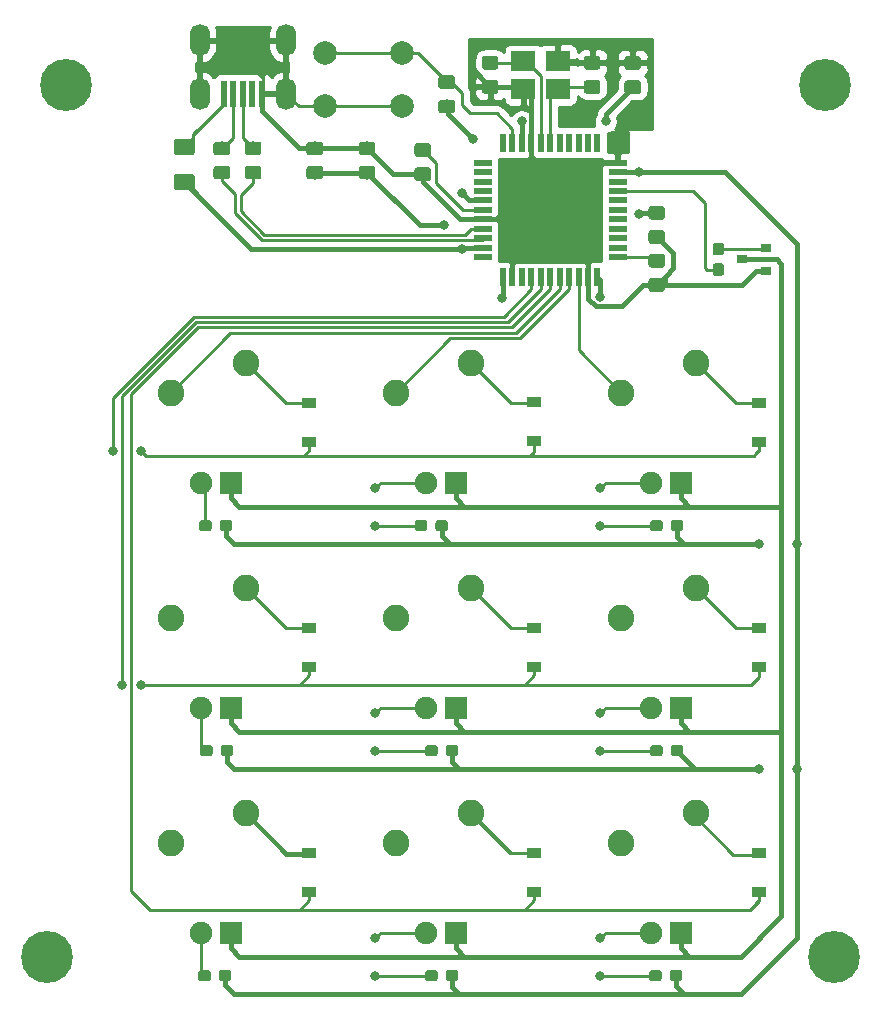
<source format=gbl>
G04 #@! TF.GenerationSoftware,KiCad,Pcbnew,(5.1.4)-1*
G04 #@! TF.CreationDate,2019-10-28T00:07:01+02:00*
G04 #@! TF.ProjectId,Macroboard,4d616372-6f62-46f6-9172-642e6b696361,rev?*
G04 #@! TF.SameCoordinates,Original*
G04 #@! TF.FileFunction,Copper,L2,Bot*
G04 #@! TF.FilePolarity,Positive*
%FSLAX46Y46*%
G04 Gerber Fmt 4.6, Leading zero omitted, Abs format (unit mm)*
G04 Created by KiCad (PCBNEW (5.1.4)-1) date 2019-10-28 00:07:01*
%MOMM*%
%LPD*%
G04 APERTURE LIST*
%ADD10C,2.000000*%
%ADD11R,0.900000X0.800000*%
%ADD12R,1.905000X1.905000*%
%ADD13C,1.905000*%
%ADD14C,2.250000*%
%ADD15C,0.100000*%
%ADD16C,0.950000*%
%ADD17R,1.200000X0.900000*%
%ADD18C,4.400000*%
%ADD19C,0.700000*%
%ADD20R,2.100000X1.800000*%
%ADD21O,1.700000X2.700000*%
%ADD22R,0.500000X2.250000*%
%ADD23R,0.550000X1.500000*%
%ADD24R,1.500000X0.550000*%
%ADD25C,1.150000*%
%ADD26C,1.425000*%
%ADD27C,0.800000*%
%ADD28C,0.381000*%
%ADD29C,0.254000*%
G04 APERTURE END LIST*
D10*
X234846000Y-70866000D03*
X234846000Y-66366000D03*
X228346000Y-70866000D03*
X228346000Y-66366000D03*
D11*
X263668000Y-83820000D03*
X265668000Y-84770000D03*
X265668000Y-82870000D03*
D12*
X220345000Y-140811250D03*
D13*
X217805000Y-140811250D03*
D14*
X215265000Y-133191250D03*
X221615000Y-130651250D03*
D15*
G36*
X261880779Y-84157144D02*
G01*
X261903834Y-84160563D01*
X261926443Y-84166227D01*
X261948387Y-84174079D01*
X261969457Y-84184044D01*
X261989448Y-84196026D01*
X262008168Y-84209910D01*
X262025438Y-84225562D01*
X262041090Y-84242832D01*
X262054974Y-84261552D01*
X262066956Y-84281543D01*
X262076921Y-84302613D01*
X262084773Y-84324557D01*
X262090437Y-84347166D01*
X262093856Y-84370221D01*
X262095000Y-84393500D01*
X262095000Y-84968500D01*
X262093856Y-84991779D01*
X262090437Y-85014834D01*
X262084773Y-85037443D01*
X262076921Y-85059387D01*
X262066956Y-85080457D01*
X262054974Y-85100448D01*
X262041090Y-85119168D01*
X262025438Y-85136438D01*
X262008168Y-85152090D01*
X261989448Y-85165974D01*
X261969457Y-85177956D01*
X261948387Y-85187921D01*
X261926443Y-85195773D01*
X261903834Y-85201437D01*
X261880779Y-85204856D01*
X261857500Y-85206000D01*
X261382500Y-85206000D01*
X261359221Y-85204856D01*
X261336166Y-85201437D01*
X261313557Y-85195773D01*
X261291613Y-85187921D01*
X261270543Y-85177956D01*
X261250552Y-85165974D01*
X261231832Y-85152090D01*
X261214562Y-85136438D01*
X261198910Y-85119168D01*
X261185026Y-85100448D01*
X261173044Y-85080457D01*
X261163079Y-85059387D01*
X261155227Y-85037443D01*
X261149563Y-85014834D01*
X261146144Y-84991779D01*
X261145000Y-84968500D01*
X261145000Y-84393500D01*
X261146144Y-84370221D01*
X261149563Y-84347166D01*
X261155227Y-84324557D01*
X261163079Y-84302613D01*
X261173044Y-84281543D01*
X261185026Y-84261552D01*
X261198910Y-84242832D01*
X261214562Y-84225562D01*
X261231832Y-84209910D01*
X261250552Y-84196026D01*
X261270543Y-84184044D01*
X261291613Y-84174079D01*
X261313557Y-84166227D01*
X261336166Y-84160563D01*
X261359221Y-84157144D01*
X261382500Y-84156000D01*
X261857500Y-84156000D01*
X261880779Y-84157144D01*
X261880779Y-84157144D01*
G37*
D16*
X261620000Y-84681000D03*
D15*
G36*
X261880779Y-82407144D02*
G01*
X261903834Y-82410563D01*
X261926443Y-82416227D01*
X261948387Y-82424079D01*
X261969457Y-82434044D01*
X261989448Y-82446026D01*
X262008168Y-82459910D01*
X262025438Y-82475562D01*
X262041090Y-82492832D01*
X262054974Y-82511552D01*
X262066956Y-82531543D01*
X262076921Y-82552613D01*
X262084773Y-82574557D01*
X262090437Y-82597166D01*
X262093856Y-82620221D01*
X262095000Y-82643500D01*
X262095000Y-83218500D01*
X262093856Y-83241779D01*
X262090437Y-83264834D01*
X262084773Y-83287443D01*
X262076921Y-83309387D01*
X262066956Y-83330457D01*
X262054974Y-83350448D01*
X262041090Y-83369168D01*
X262025438Y-83386438D01*
X262008168Y-83402090D01*
X261989448Y-83415974D01*
X261969457Y-83427956D01*
X261948387Y-83437921D01*
X261926443Y-83445773D01*
X261903834Y-83451437D01*
X261880779Y-83454856D01*
X261857500Y-83456000D01*
X261382500Y-83456000D01*
X261359221Y-83454856D01*
X261336166Y-83451437D01*
X261313557Y-83445773D01*
X261291613Y-83437921D01*
X261270543Y-83427956D01*
X261250552Y-83415974D01*
X261231832Y-83402090D01*
X261214562Y-83386438D01*
X261198910Y-83369168D01*
X261185026Y-83350448D01*
X261173044Y-83330457D01*
X261163079Y-83309387D01*
X261155227Y-83287443D01*
X261149563Y-83264834D01*
X261146144Y-83241779D01*
X261145000Y-83218500D01*
X261145000Y-82643500D01*
X261146144Y-82620221D01*
X261149563Y-82597166D01*
X261155227Y-82574557D01*
X261163079Y-82552613D01*
X261173044Y-82531543D01*
X261185026Y-82511552D01*
X261198910Y-82492832D01*
X261214562Y-82475562D01*
X261231832Y-82459910D01*
X261250552Y-82446026D01*
X261270543Y-82434044D01*
X261291613Y-82424079D01*
X261313557Y-82416227D01*
X261336166Y-82410563D01*
X261359221Y-82407144D01*
X261382500Y-82406000D01*
X261857500Y-82406000D01*
X261880779Y-82407144D01*
X261880779Y-82407144D01*
G37*
D16*
X261620000Y-82931000D03*
D15*
G36*
X258360779Y-143988644D02*
G01*
X258383834Y-143992063D01*
X258406443Y-143997727D01*
X258428387Y-144005579D01*
X258449457Y-144015544D01*
X258469448Y-144027526D01*
X258488168Y-144041410D01*
X258505438Y-144057062D01*
X258521090Y-144074332D01*
X258534974Y-144093052D01*
X258546956Y-144113043D01*
X258556921Y-144134113D01*
X258564773Y-144156057D01*
X258570437Y-144178666D01*
X258573856Y-144201721D01*
X258575000Y-144225000D01*
X258575000Y-144700000D01*
X258573856Y-144723279D01*
X258570437Y-144746334D01*
X258564773Y-144768943D01*
X258556921Y-144790887D01*
X258546956Y-144811957D01*
X258534974Y-144831948D01*
X258521090Y-144850668D01*
X258505438Y-144867938D01*
X258488168Y-144883590D01*
X258469448Y-144897474D01*
X258449457Y-144909456D01*
X258428387Y-144919421D01*
X258406443Y-144927273D01*
X258383834Y-144932937D01*
X258360779Y-144936356D01*
X258337500Y-144937500D01*
X257762500Y-144937500D01*
X257739221Y-144936356D01*
X257716166Y-144932937D01*
X257693557Y-144927273D01*
X257671613Y-144919421D01*
X257650543Y-144909456D01*
X257630552Y-144897474D01*
X257611832Y-144883590D01*
X257594562Y-144867938D01*
X257578910Y-144850668D01*
X257565026Y-144831948D01*
X257553044Y-144811957D01*
X257543079Y-144790887D01*
X257535227Y-144768943D01*
X257529563Y-144746334D01*
X257526144Y-144723279D01*
X257525000Y-144700000D01*
X257525000Y-144225000D01*
X257526144Y-144201721D01*
X257529563Y-144178666D01*
X257535227Y-144156057D01*
X257543079Y-144134113D01*
X257553044Y-144113043D01*
X257565026Y-144093052D01*
X257578910Y-144074332D01*
X257594562Y-144057062D01*
X257611832Y-144041410D01*
X257630552Y-144027526D01*
X257650543Y-144015544D01*
X257671613Y-144005579D01*
X257693557Y-143997727D01*
X257716166Y-143992063D01*
X257739221Y-143988644D01*
X257762500Y-143987500D01*
X258337500Y-143987500D01*
X258360779Y-143988644D01*
X258360779Y-143988644D01*
G37*
D16*
X258050000Y-144462500D03*
D15*
G36*
X256610779Y-143988644D02*
G01*
X256633834Y-143992063D01*
X256656443Y-143997727D01*
X256678387Y-144005579D01*
X256699457Y-144015544D01*
X256719448Y-144027526D01*
X256738168Y-144041410D01*
X256755438Y-144057062D01*
X256771090Y-144074332D01*
X256784974Y-144093052D01*
X256796956Y-144113043D01*
X256806921Y-144134113D01*
X256814773Y-144156057D01*
X256820437Y-144178666D01*
X256823856Y-144201721D01*
X256825000Y-144225000D01*
X256825000Y-144700000D01*
X256823856Y-144723279D01*
X256820437Y-144746334D01*
X256814773Y-144768943D01*
X256806921Y-144790887D01*
X256796956Y-144811957D01*
X256784974Y-144831948D01*
X256771090Y-144850668D01*
X256755438Y-144867938D01*
X256738168Y-144883590D01*
X256719448Y-144897474D01*
X256699457Y-144909456D01*
X256678387Y-144919421D01*
X256656443Y-144927273D01*
X256633834Y-144932937D01*
X256610779Y-144936356D01*
X256587500Y-144937500D01*
X256012500Y-144937500D01*
X255989221Y-144936356D01*
X255966166Y-144932937D01*
X255943557Y-144927273D01*
X255921613Y-144919421D01*
X255900543Y-144909456D01*
X255880552Y-144897474D01*
X255861832Y-144883590D01*
X255844562Y-144867938D01*
X255828910Y-144850668D01*
X255815026Y-144831948D01*
X255803044Y-144811957D01*
X255793079Y-144790887D01*
X255785227Y-144768943D01*
X255779563Y-144746334D01*
X255776144Y-144723279D01*
X255775000Y-144700000D01*
X255775000Y-144225000D01*
X255776144Y-144201721D01*
X255779563Y-144178666D01*
X255785227Y-144156057D01*
X255793079Y-144134113D01*
X255803044Y-144113043D01*
X255815026Y-144093052D01*
X255828910Y-144074332D01*
X255844562Y-144057062D01*
X255861832Y-144041410D01*
X255880552Y-144027526D01*
X255900543Y-144015544D01*
X255921613Y-144005579D01*
X255943557Y-143997727D01*
X255966166Y-143992063D01*
X255989221Y-143988644D01*
X256012500Y-143987500D01*
X256587500Y-143987500D01*
X256610779Y-143988644D01*
X256610779Y-143988644D01*
G37*
D16*
X256300000Y-144462500D03*
D15*
G36*
X239392029Y-143988644D02*
G01*
X239415084Y-143992063D01*
X239437693Y-143997727D01*
X239459637Y-144005579D01*
X239480707Y-144015544D01*
X239500698Y-144027526D01*
X239519418Y-144041410D01*
X239536688Y-144057062D01*
X239552340Y-144074332D01*
X239566224Y-144093052D01*
X239578206Y-144113043D01*
X239588171Y-144134113D01*
X239596023Y-144156057D01*
X239601687Y-144178666D01*
X239605106Y-144201721D01*
X239606250Y-144225000D01*
X239606250Y-144700000D01*
X239605106Y-144723279D01*
X239601687Y-144746334D01*
X239596023Y-144768943D01*
X239588171Y-144790887D01*
X239578206Y-144811957D01*
X239566224Y-144831948D01*
X239552340Y-144850668D01*
X239536688Y-144867938D01*
X239519418Y-144883590D01*
X239500698Y-144897474D01*
X239480707Y-144909456D01*
X239459637Y-144919421D01*
X239437693Y-144927273D01*
X239415084Y-144932937D01*
X239392029Y-144936356D01*
X239368750Y-144937500D01*
X238793750Y-144937500D01*
X238770471Y-144936356D01*
X238747416Y-144932937D01*
X238724807Y-144927273D01*
X238702863Y-144919421D01*
X238681793Y-144909456D01*
X238661802Y-144897474D01*
X238643082Y-144883590D01*
X238625812Y-144867938D01*
X238610160Y-144850668D01*
X238596276Y-144831948D01*
X238584294Y-144811957D01*
X238574329Y-144790887D01*
X238566477Y-144768943D01*
X238560813Y-144746334D01*
X238557394Y-144723279D01*
X238556250Y-144700000D01*
X238556250Y-144225000D01*
X238557394Y-144201721D01*
X238560813Y-144178666D01*
X238566477Y-144156057D01*
X238574329Y-144134113D01*
X238584294Y-144113043D01*
X238596276Y-144093052D01*
X238610160Y-144074332D01*
X238625812Y-144057062D01*
X238643082Y-144041410D01*
X238661802Y-144027526D01*
X238681793Y-144015544D01*
X238702863Y-144005579D01*
X238724807Y-143997727D01*
X238747416Y-143992063D01*
X238770471Y-143988644D01*
X238793750Y-143987500D01*
X239368750Y-143987500D01*
X239392029Y-143988644D01*
X239392029Y-143988644D01*
G37*
D16*
X239081250Y-144462500D03*
D15*
G36*
X237642029Y-143988644D02*
G01*
X237665084Y-143992063D01*
X237687693Y-143997727D01*
X237709637Y-144005579D01*
X237730707Y-144015544D01*
X237750698Y-144027526D01*
X237769418Y-144041410D01*
X237786688Y-144057062D01*
X237802340Y-144074332D01*
X237816224Y-144093052D01*
X237828206Y-144113043D01*
X237838171Y-144134113D01*
X237846023Y-144156057D01*
X237851687Y-144178666D01*
X237855106Y-144201721D01*
X237856250Y-144225000D01*
X237856250Y-144700000D01*
X237855106Y-144723279D01*
X237851687Y-144746334D01*
X237846023Y-144768943D01*
X237838171Y-144790887D01*
X237828206Y-144811957D01*
X237816224Y-144831948D01*
X237802340Y-144850668D01*
X237786688Y-144867938D01*
X237769418Y-144883590D01*
X237750698Y-144897474D01*
X237730707Y-144909456D01*
X237709637Y-144919421D01*
X237687693Y-144927273D01*
X237665084Y-144932937D01*
X237642029Y-144936356D01*
X237618750Y-144937500D01*
X237043750Y-144937500D01*
X237020471Y-144936356D01*
X236997416Y-144932937D01*
X236974807Y-144927273D01*
X236952863Y-144919421D01*
X236931793Y-144909456D01*
X236911802Y-144897474D01*
X236893082Y-144883590D01*
X236875812Y-144867938D01*
X236860160Y-144850668D01*
X236846276Y-144831948D01*
X236834294Y-144811957D01*
X236824329Y-144790887D01*
X236816477Y-144768943D01*
X236810813Y-144746334D01*
X236807394Y-144723279D01*
X236806250Y-144700000D01*
X236806250Y-144225000D01*
X236807394Y-144201721D01*
X236810813Y-144178666D01*
X236816477Y-144156057D01*
X236824329Y-144134113D01*
X236834294Y-144113043D01*
X236846276Y-144093052D01*
X236860160Y-144074332D01*
X236875812Y-144057062D01*
X236893082Y-144041410D01*
X236911802Y-144027526D01*
X236931793Y-144015544D01*
X236952863Y-144005579D01*
X236974807Y-143997727D01*
X236997416Y-143992063D01*
X237020471Y-143988644D01*
X237043750Y-143987500D01*
X237618750Y-143987500D01*
X237642029Y-143988644D01*
X237642029Y-143988644D01*
G37*
D16*
X237331250Y-144462500D03*
D15*
G36*
X220179529Y-143988644D02*
G01*
X220202584Y-143992063D01*
X220225193Y-143997727D01*
X220247137Y-144005579D01*
X220268207Y-144015544D01*
X220288198Y-144027526D01*
X220306918Y-144041410D01*
X220324188Y-144057062D01*
X220339840Y-144074332D01*
X220353724Y-144093052D01*
X220365706Y-144113043D01*
X220375671Y-144134113D01*
X220383523Y-144156057D01*
X220389187Y-144178666D01*
X220392606Y-144201721D01*
X220393750Y-144225000D01*
X220393750Y-144700000D01*
X220392606Y-144723279D01*
X220389187Y-144746334D01*
X220383523Y-144768943D01*
X220375671Y-144790887D01*
X220365706Y-144811957D01*
X220353724Y-144831948D01*
X220339840Y-144850668D01*
X220324188Y-144867938D01*
X220306918Y-144883590D01*
X220288198Y-144897474D01*
X220268207Y-144909456D01*
X220247137Y-144919421D01*
X220225193Y-144927273D01*
X220202584Y-144932937D01*
X220179529Y-144936356D01*
X220156250Y-144937500D01*
X219581250Y-144937500D01*
X219557971Y-144936356D01*
X219534916Y-144932937D01*
X219512307Y-144927273D01*
X219490363Y-144919421D01*
X219469293Y-144909456D01*
X219449302Y-144897474D01*
X219430582Y-144883590D01*
X219413312Y-144867938D01*
X219397660Y-144850668D01*
X219383776Y-144831948D01*
X219371794Y-144811957D01*
X219361829Y-144790887D01*
X219353977Y-144768943D01*
X219348313Y-144746334D01*
X219344894Y-144723279D01*
X219343750Y-144700000D01*
X219343750Y-144225000D01*
X219344894Y-144201721D01*
X219348313Y-144178666D01*
X219353977Y-144156057D01*
X219361829Y-144134113D01*
X219371794Y-144113043D01*
X219383776Y-144093052D01*
X219397660Y-144074332D01*
X219413312Y-144057062D01*
X219430582Y-144041410D01*
X219449302Y-144027526D01*
X219469293Y-144015544D01*
X219490363Y-144005579D01*
X219512307Y-143997727D01*
X219534916Y-143992063D01*
X219557971Y-143988644D01*
X219581250Y-143987500D01*
X220156250Y-143987500D01*
X220179529Y-143988644D01*
X220179529Y-143988644D01*
G37*
D16*
X219868750Y-144462500D03*
D15*
G36*
X218429529Y-143988644D02*
G01*
X218452584Y-143992063D01*
X218475193Y-143997727D01*
X218497137Y-144005579D01*
X218518207Y-144015544D01*
X218538198Y-144027526D01*
X218556918Y-144041410D01*
X218574188Y-144057062D01*
X218589840Y-144074332D01*
X218603724Y-144093052D01*
X218615706Y-144113043D01*
X218625671Y-144134113D01*
X218633523Y-144156057D01*
X218639187Y-144178666D01*
X218642606Y-144201721D01*
X218643750Y-144225000D01*
X218643750Y-144700000D01*
X218642606Y-144723279D01*
X218639187Y-144746334D01*
X218633523Y-144768943D01*
X218625671Y-144790887D01*
X218615706Y-144811957D01*
X218603724Y-144831948D01*
X218589840Y-144850668D01*
X218574188Y-144867938D01*
X218556918Y-144883590D01*
X218538198Y-144897474D01*
X218518207Y-144909456D01*
X218497137Y-144919421D01*
X218475193Y-144927273D01*
X218452584Y-144932937D01*
X218429529Y-144936356D01*
X218406250Y-144937500D01*
X217831250Y-144937500D01*
X217807971Y-144936356D01*
X217784916Y-144932937D01*
X217762307Y-144927273D01*
X217740363Y-144919421D01*
X217719293Y-144909456D01*
X217699302Y-144897474D01*
X217680582Y-144883590D01*
X217663312Y-144867938D01*
X217647660Y-144850668D01*
X217633776Y-144831948D01*
X217621794Y-144811957D01*
X217611829Y-144790887D01*
X217603977Y-144768943D01*
X217598313Y-144746334D01*
X217594894Y-144723279D01*
X217593750Y-144700000D01*
X217593750Y-144225000D01*
X217594894Y-144201721D01*
X217598313Y-144178666D01*
X217603977Y-144156057D01*
X217611829Y-144134113D01*
X217621794Y-144113043D01*
X217633776Y-144093052D01*
X217647660Y-144074332D01*
X217663312Y-144057062D01*
X217680582Y-144041410D01*
X217699302Y-144027526D01*
X217719293Y-144015544D01*
X217740363Y-144005579D01*
X217762307Y-143997727D01*
X217784916Y-143992063D01*
X217807971Y-143988644D01*
X217831250Y-143987500D01*
X218406250Y-143987500D01*
X218429529Y-143988644D01*
X218429529Y-143988644D01*
G37*
D16*
X218118750Y-144462500D03*
D15*
G36*
X258442029Y-124938644D02*
G01*
X258465084Y-124942063D01*
X258487693Y-124947727D01*
X258509637Y-124955579D01*
X258530707Y-124965544D01*
X258550698Y-124977526D01*
X258569418Y-124991410D01*
X258586688Y-125007062D01*
X258602340Y-125024332D01*
X258616224Y-125043052D01*
X258628206Y-125063043D01*
X258638171Y-125084113D01*
X258646023Y-125106057D01*
X258651687Y-125128666D01*
X258655106Y-125151721D01*
X258656250Y-125175000D01*
X258656250Y-125650000D01*
X258655106Y-125673279D01*
X258651687Y-125696334D01*
X258646023Y-125718943D01*
X258638171Y-125740887D01*
X258628206Y-125761957D01*
X258616224Y-125781948D01*
X258602340Y-125800668D01*
X258586688Y-125817938D01*
X258569418Y-125833590D01*
X258550698Y-125847474D01*
X258530707Y-125859456D01*
X258509637Y-125869421D01*
X258487693Y-125877273D01*
X258465084Y-125882937D01*
X258442029Y-125886356D01*
X258418750Y-125887500D01*
X257843750Y-125887500D01*
X257820471Y-125886356D01*
X257797416Y-125882937D01*
X257774807Y-125877273D01*
X257752863Y-125869421D01*
X257731793Y-125859456D01*
X257711802Y-125847474D01*
X257693082Y-125833590D01*
X257675812Y-125817938D01*
X257660160Y-125800668D01*
X257646276Y-125781948D01*
X257634294Y-125761957D01*
X257624329Y-125740887D01*
X257616477Y-125718943D01*
X257610813Y-125696334D01*
X257607394Y-125673279D01*
X257606250Y-125650000D01*
X257606250Y-125175000D01*
X257607394Y-125151721D01*
X257610813Y-125128666D01*
X257616477Y-125106057D01*
X257624329Y-125084113D01*
X257634294Y-125063043D01*
X257646276Y-125043052D01*
X257660160Y-125024332D01*
X257675812Y-125007062D01*
X257693082Y-124991410D01*
X257711802Y-124977526D01*
X257731793Y-124965544D01*
X257752863Y-124955579D01*
X257774807Y-124947727D01*
X257797416Y-124942063D01*
X257820471Y-124938644D01*
X257843750Y-124937500D01*
X258418750Y-124937500D01*
X258442029Y-124938644D01*
X258442029Y-124938644D01*
G37*
D16*
X258131250Y-125412500D03*
D15*
G36*
X256692029Y-124938644D02*
G01*
X256715084Y-124942063D01*
X256737693Y-124947727D01*
X256759637Y-124955579D01*
X256780707Y-124965544D01*
X256800698Y-124977526D01*
X256819418Y-124991410D01*
X256836688Y-125007062D01*
X256852340Y-125024332D01*
X256866224Y-125043052D01*
X256878206Y-125063043D01*
X256888171Y-125084113D01*
X256896023Y-125106057D01*
X256901687Y-125128666D01*
X256905106Y-125151721D01*
X256906250Y-125175000D01*
X256906250Y-125650000D01*
X256905106Y-125673279D01*
X256901687Y-125696334D01*
X256896023Y-125718943D01*
X256888171Y-125740887D01*
X256878206Y-125761957D01*
X256866224Y-125781948D01*
X256852340Y-125800668D01*
X256836688Y-125817938D01*
X256819418Y-125833590D01*
X256800698Y-125847474D01*
X256780707Y-125859456D01*
X256759637Y-125869421D01*
X256737693Y-125877273D01*
X256715084Y-125882937D01*
X256692029Y-125886356D01*
X256668750Y-125887500D01*
X256093750Y-125887500D01*
X256070471Y-125886356D01*
X256047416Y-125882937D01*
X256024807Y-125877273D01*
X256002863Y-125869421D01*
X255981793Y-125859456D01*
X255961802Y-125847474D01*
X255943082Y-125833590D01*
X255925812Y-125817938D01*
X255910160Y-125800668D01*
X255896276Y-125781948D01*
X255884294Y-125761957D01*
X255874329Y-125740887D01*
X255866477Y-125718943D01*
X255860813Y-125696334D01*
X255857394Y-125673279D01*
X255856250Y-125650000D01*
X255856250Y-125175000D01*
X255857394Y-125151721D01*
X255860813Y-125128666D01*
X255866477Y-125106057D01*
X255874329Y-125084113D01*
X255884294Y-125063043D01*
X255896276Y-125043052D01*
X255910160Y-125024332D01*
X255925812Y-125007062D01*
X255943082Y-124991410D01*
X255961802Y-124977526D01*
X255981793Y-124965544D01*
X256002863Y-124955579D01*
X256024807Y-124947727D01*
X256047416Y-124942063D01*
X256070471Y-124938644D01*
X256093750Y-124937500D01*
X256668750Y-124937500D01*
X256692029Y-124938644D01*
X256692029Y-124938644D01*
G37*
D16*
X256381250Y-125412500D03*
D15*
G36*
X239392029Y-124938644D02*
G01*
X239415084Y-124942063D01*
X239437693Y-124947727D01*
X239459637Y-124955579D01*
X239480707Y-124965544D01*
X239500698Y-124977526D01*
X239519418Y-124991410D01*
X239536688Y-125007062D01*
X239552340Y-125024332D01*
X239566224Y-125043052D01*
X239578206Y-125063043D01*
X239588171Y-125084113D01*
X239596023Y-125106057D01*
X239601687Y-125128666D01*
X239605106Y-125151721D01*
X239606250Y-125175000D01*
X239606250Y-125650000D01*
X239605106Y-125673279D01*
X239601687Y-125696334D01*
X239596023Y-125718943D01*
X239588171Y-125740887D01*
X239578206Y-125761957D01*
X239566224Y-125781948D01*
X239552340Y-125800668D01*
X239536688Y-125817938D01*
X239519418Y-125833590D01*
X239500698Y-125847474D01*
X239480707Y-125859456D01*
X239459637Y-125869421D01*
X239437693Y-125877273D01*
X239415084Y-125882937D01*
X239392029Y-125886356D01*
X239368750Y-125887500D01*
X238793750Y-125887500D01*
X238770471Y-125886356D01*
X238747416Y-125882937D01*
X238724807Y-125877273D01*
X238702863Y-125869421D01*
X238681793Y-125859456D01*
X238661802Y-125847474D01*
X238643082Y-125833590D01*
X238625812Y-125817938D01*
X238610160Y-125800668D01*
X238596276Y-125781948D01*
X238584294Y-125761957D01*
X238574329Y-125740887D01*
X238566477Y-125718943D01*
X238560813Y-125696334D01*
X238557394Y-125673279D01*
X238556250Y-125650000D01*
X238556250Y-125175000D01*
X238557394Y-125151721D01*
X238560813Y-125128666D01*
X238566477Y-125106057D01*
X238574329Y-125084113D01*
X238584294Y-125063043D01*
X238596276Y-125043052D01*
X238610160Y-125024332D01*
X238625812Y-125007062D01*
X238643082Y-124991410D01*
X238661802Y-124977526D01*
X238681793Y-124965544D01*
X238702863Y-124955579D01*
X238724807Y-124947727D01*
X238747416Y-124942063D01*
X238770471Y-124938644D01*
X238793750Y-124937500D01*
X239368750Y-124937500D01*
X239392029Y-124938644D01*
X239392029Y-124938644D01*
G37*
D16*
X239081250Y-125412500D03*
D15*
G36*
X237642029Y-124938644D02*
G01*
X237665084Y-124942063D01*
X237687693Y-124947727D01*
X237709637Y-124955579D01*
X237730707Y-124965544D01*
X237750698Y-124977526D01*
X237769418Y-124991410D01*
X237786688Y-125007062D01*
X237802340Y-125024332D01*
X237816224Y-125043052D01*
X237828206Y-125063043D01*
X237838171Y-125084113D01*
X237846023Y-125106057D01*
X237851687Y-125128666D01*
X237855106Y-125151721D01*
X237856250Y-125175000D01*
X237856250Y-125650000D01*
X237855106Y-125673279D01*
X237851687Y-125696334D01*
X237846023Y-125718943D01*
X237838171Y-125740887D01*
X237828206Y-125761957D01*
X237816224Y-125781948D01*
X237802340Y-125800668D01*
X237786688Y-125817938D01*
X237769418Y-125833590D01*
X237750698Y-125847474D01*
X237730707Y-125859456D01*
X237709637Y-125869421D01*
X237687693Y-125877273D01*
X237665084Y-125882937D01*
X237642029Y-125886356D01*
X237618750Y-125887500D01*
X237043750Y-125887500D01*
X237020471Y-125886356D01*
X236997416Y-125882937D01*
X236974807Y-125877273D01*
X236952863Y-125869421D01*
X236931793Y-125859456D01*
X236911802Y-125847474D01*
X236893082Y-125833590D01*
X236875812Y-125817938D01*
X236860160Y-125800668D01*
X236846276Y-125781948D01*
X236834294Y-125761957D01*
X236824329Y-125740887D01*
X236816477Y-125718943D01*
X236810813Y-125696334D01*
X236807394Y-125673279D01*
X236806250Y-125650000D01*
X236806250Y-125175000D01*
X236807394Y-125151721D01*
X236810813Y-125128666D01*
X236816477Y-125106057D01*
X236824329Y-125084113D01*
X236834294Y-125063043D01*
X236846276Y-125043052D01*
X236860160Y-125024332D01*
X236875812Y-125007062D01*
X236893082Y-124991410D01*
X236911802Y-124977526D01*
X236931793Y-124965544D01*
X236952863Y-124955579D01*
X236974807Y-124947727D01*
X236997416Y-124942063D01*
X237020471Y-124938644D01*
X237043750Y-124937500D01*
X237618750Y-124937500D01*
X237642029Y-124938644D01*
X237642029Y-124938644D01*
G37*
D16*
X237331250Y-125412500D03*
D15*
G36*
X220342029Y-124938644D02*
G01*
X220365084Y-124942063D01*
X220387693Y-124947727D01*
X220409637Y-124955579D01*
X220430707Y-124965544D01*
X220450698Y-124977526D01*
X220469418Y-124991410D01*
X220486688Y-125007062D01*
X220502340Y-125024332D01*
X220516224Y-125043052D01*
X220528206Y-125063043D01*
X220538171Y-125084113D01*
X220546023Y-125106057D01*
X220551687Y-125128666D01*
X220555106Y-125151721D01*
X220556250Y-125175000D01*
X220556250Y-125650000D01*
X220555106Y-125673279D01*
X220551687Y-125696334D01*
X220546023Y-125718943D01*
X220538171Y-125740887D01*
X220528206Y-125761957D01*
X220516224Y-125781948D01*
X220502340Y-125800668D01*
X220486688Y-125817938D01*
X220469418Y-125833590D01*
X220450698Y-125847474D01*
X220430707Y-125859456D01*
X220409637Y-125869421D01*
X220387693Y-125877273D01*
X220365084Y-125882937D01*
X220342029Y-125886356D01*
X220318750Y-125887500D01*
X219743750Y-125887500D01*
X219720471Y-125886356D01*
X219697416Y-125882937D01*
X219674807Y-125877273D01*
X219652863Y-125869421D01*
X219631793Y-125859456D01*
X219611802Y-125847474D01*
X219593082Y-125833590D01*
X219575812Y-125817938D01*
X219560160Y-125800668D01*
X219546276Y-125781948D01*
X219534294Y-125761957D01*
X219524329Y-125740887D01*
X219516477Y-125718943D01*
X219510813Y-125696334D01*
X219507394Y-125673279D01*
X219506250Y-125650000D01*
X219506250Y-125175000D01*
X219507394Y-125151721D01*
X219510813Y-125128666D01*
X219516477Y-125106057D01*
X219524329Y-125084113D01*
X219534294Y-125063043D01*
X219546276Y-125043052D01*
X219560160Y-125024332D01*
X219575812Y-125007062D01*
X219593082Y-124991410D01*
X219611802Y-124977526D01*
X219631793Y-124965544D01*
X219652863Y-124955579D01*
X219674807Y-124947727D01*
X219697416Y-124942063D01*
X219720471Y-124938644D01*
X219743750Y-124937500D01*
X220318750Y-124937500D01*
X220342029Y-124938644D01*
X220342029Y-124938644D01*
G37*
D16*
X220031250Y-125412500D03*
D15*
G36*
X218592029Y-124938644D02*
G01*
X218615084Y-124942063D01*
X218637693Y-124947727D01*
X218659637Y-124955579D01*
X218680707Y-124965544D01*
X218700698Y-124977526D01*
X218719418Y-124991410D01*
X218736688Y-125007062D01*
X218752340Y-125024332D01*
X218766224Y-125043052D01*
X218778206Y-125063043D01*
X218788171Y-125084113D01*
X218796023Y-125106057D01*
X218801687Y-125128666D01*
X218805106Y-125151721D01*
X218806250Y-125175000D01*
X218806250Y-125650000D01*
X218805106Y-125673279D01*
X218801687Y-125696334D01*
X218796023Y-125718943D01*
X218788171Y-125740887D01*
X218778206Y-125761957D01*
X218766224Y-125781948D01*
X218752340Y-125800668D01*
X218736688Y-125817938D01*
X218719418Y-125833590D01*
X218700698Y-125847474D01*
X218680707Y-125859456D01*
X218659637Y-125869421D01*
X218637693Y-125877273D01*
X218615084Y-125882937D01*
X218592029Y-125886356D01*
X218568750Y-125887500D01*
X217993750Y-125887500D01*
X217970471Y-125886356D01*
X217947416Y-125882937D01*
X217924807Y-125877273D01*
X217902863Y-125869421D01*
X217881793Y-125859456D01*
X217861802Y-125847474D01*
X217843082Y-125833590D01*
X217825812Y-125817938D01*
X217810160Y-125800668D01*
X217796276Y-125781948D01*
X217784294Y-125761957D01*
X217774329Y-125740887D01*
X217766477Y-125718943D01*
X217760813Y-125696334D01*
X217757394Y-125673279D01*
X217756250Y-125650000D01*
X217756250Y-125175000D01*
X217757394Y-125151721D01*
X217760813Y-125128666D01*
X217766477Y-125106057D01*
X217774329Y-125084113D01*
X217784294Y-125063043D01*
X217796276Y-125043052D01*
X217810160Y-125024332D01*
X217825812Y-125007062D01*
X217843082Y-124991410D01*
X217861802Y-124977526D01*
X217881793Y-124965544D01*
X217902863Y-124955579D01*
X217924807Y-124947727D01*
X217947416Y-124942063D01*
X217970471Y-124938644D01*
X217993750Y-124937500D01*
X218568750Y-124937500D01*
X218592029Y-124938644D01*
X218592029Y-124938644D01*
G37*
D16*
X218281250Y-125412500D03*
D15*
G36*
X258442029Y-105888644D02*
G01*
X258465084Y-105892063D01*
X258487693Y-105897727D01*
X258509637Y-105905579D01*
X258530707Y-105915544D01*
X258550698Y-105927526D01*
X258569418Y-105941410D01*
X258586688Y-105957062D01*
X258602340Y-105974332D01*
X258616224Y-105993052D01*
X258628206Y-106013043D01*
X258638171Y-106034113D01*
X258646023Y-106056057D01*
X258651687Y-106078666D01*
X258655106Y-106101721D01*
X258656250Y-106125000D01*
X258656250Y-106600000D01*
X258655106Y-106623279D01*
X258651687Y-106646334D01*
X258646023Y-106668943D01*
X258638171Y-106690887D01*
X258628206Y-106711957D01*
X258616224Y-106731948D01*
X258602340Y-106750668D01*
X258586688Y-106767938D01*
X258569418Y-106783590D01*
X258550698Y-106797474D01*
X258530707Y-106809456D01*
X258509637Y-106819421D01*
X258487693Y-106827273D01*
X258465084Y-106832937D01*
X258442029Y-106836356D01*
X258418750Y-106837500D01*
X257843750Y-106837500D01*
X257820471Y-106836356D01*
X257797416Y-106832937D01*
X257774807Y-106827273D01*
X257752863Y-106819421D01*
X257731793Y-106809456D01*
X257711802Y-106797474D01*
X257693082Y-106783590D01*
X257675812Y-106767938D01*
X257660160Y-106750668D01*
X257646276Y-106731948D01*
X257634294Y-106711957D01*
X257624329Y-106690887D01*
X257616477Y-106668943D01*
X257610813Y-106646334D01*
X257607394Y-106623279D01*
X257606250Y-106600000D01*
X257606250Y-106125000D01*
X257607394Y-106101721D01*
X257610813Y-106078666D01*
X257616477Y-106056057D01*
X257624329Y-106034113D01*
X257634294Y-106013043D01*
X257646276Y-105993052D01*
X257660160Y-105974332D01*
X257675812Y-105957062D01*
X257693082Y-105941410D01*
X257711802Y-105927526D01*
X257731793Y-105915544D01*
X257752863Y-105905579D01*
X257774807Y-105897727D01*
X257797416Y-105892063D01*
X257820471Y-105888644D01*
X257843750Y-105887500D01*
X258418750Y-105887500D01*
X258442029Y-105888644D01*
X258442029Y-105888644D01*
G37*
D16*
X258131250Y-106362500D03*
D15*
G36*
X256692029Y-105888644D02*
G01*
X256715084Y-105892063D01*
X256737693Y-105897727D01*
X256759637Y-105905579D01*
X256780707Y-105915544D01*
X256800698Y-105927526D01*
X256819418Y-105941410D01*
X256836688Y-105957062D01*
X256852340Y-105974332D01*
X256866224Y-105993052D01*
X256878206Y-106013043D01*
X256888171Y-106034113D01*
X256896023Y-106056057D01*
X256901687Y-106078666D01*
X256905106Y-106101721D01*
X256906250Y-106125000D01*
X256906250Y-106600000D01*
X256905106Y-106623279D01*
X256901687Y-106646334D01*
X256896023Y-106668943D01*
X256888171Y-106690887D01*
X256878206Y-106711957D01*
X256866224Y-106731948D01*
X256852340Y-106750668D01*
X256836688Y-106767938D01*
X256819418Y-106783590D01*
X256800698Y-106797474D01*
X256780707Y-106809456D01*
X256759637Y-106819421D01*
X256737693Y-106827273D01*
X256715084Y-106832937D01*
X256692029Y-106836356D01*
X256668750Y-106837500D01*
X256093750Y-106837500D01*
X256070471Y-106836356D01*
X256047416Y-106832937D01*
X256024807Y-106827273D01*
X256002863Y-106819421D01*
X255981793Y-106809456D01*
X255961802Y-106797474D01*
X255943082Y-106783590D01*
X255925812Y-106767938D01*
X255910160Y-106750668D01*
X255896276Y-106731948D01*
X255884294Y-106711957D01*
X255874329Y-106690887D01*
X255866477Y-106668943D01*
X255860813Y-106646334D01*
X255857394Y-106623279D01*
X255856250Y-106600000D01*
X255856250Y-106125000D01*
X255857394Y-106101721D01*
X255860813Y-106078666D01*
X255866477Y-106056057D01*
X255874329Y-106034113D01*
X255884294Y-106013043D01*
X255896276Y-105993052D01*
X255910160Y-105974332D01*
X255925812Y-105957062D01*
X255943082Y-105941410D01*
X255961802Y-105927526D01*
X255981793Y-105915544D01*
X256002863Y-105905579D01*
X256024807Y-105897727D01*
X256047416Y-105892063D01*
X256070471Y-105888644D01*
X256093750Y-105887500D01*
X256668750Y-105887500D01*
X256692029Y-105888644D01*
X256692029Y-105888644D01*
G37*
D16*
X256381250Y-106362500D03*
D15*
G36*
X238517029Y-105888644D02*
G01*
X238540084Y-105892063D01*
X238562693Y-105897727D01*
X238584637Y-105905579D01*
X238605707Y-105915544D01*
X238625698Y-105927526D01*
X238644418Y-105941410D01*
X238661688Y-105957062D01*
X238677340Y-105974332D01*
X238691224Y-105993052D01*
X238703206Y-106013043D01*
X238713171Y-106034113D01*
X238721023Y-106056057D01*
X238726687Y-106078666D01*
X238730106Y-106101721D01*
X238731250Y-106125000D01*
X238731250Y-106600000D01*
X238730106Y-106623279D01*
X238726687Y-106646334D01*
X238721023Y-106668943D01*
X238713171Y-106690887D01*
X238703206Y-106711957D01*
X238691224Y-106731948D01*
X238677340Y-106750668D01*
X238661688Y-106767938D01*
X238644418Y-106783590D01*
X238625698Y-106797474D01*
X238605707Y-106809456D01*
X238584637Y-106819421D01*
X238562693Y-106827273D01*
X238540084Y-106832937D01*
X238517029Y-106836356D01*
X238493750Y-106837500D01*
X237918750Y-106837500D01*
X237895471Y-106836356D01*
X237872416Y-106832937D01*
X237849807Y-106827273D01*
X237827863Y-106819421D01*
X237806793Y-106809456D01*
X237786802Y-106797474D01*
X237768082Y-106783590D01*
X237750812Y-106767938D01*
X237735160Y-106750668D01*
X237721276Y-106731948D01*
X237709294Y-106711957D01*
X237699329Y-106690887D01*
X237691477Y-106668943D01*
X237685813Y-106646334D01*
X237682394Y-106623279D01*
X237681250Y-106600000D01*
X237681250Y-106125000D01*
X237682394Y-106101721D01*
X237685813Y-106078666D01*
X237691477Y-106056057D01*
X237699329Y-106034113D01*
X237709294Y-106013043D01*
X237721276Y-105993052D01*
X237735160Y-105974332D01*
X237750812Y-105957062D01*
X237768082Y-105941410D01*
X237786802Y-105927526D01*
X237806793Y-105915544D01*
X237827863Y-105905579D01*
X237849807Y-105897727D01*
X237872416Y-105892063D01*
X237895471Y-105888644D01*
X237918750Y-105887500D01*
X238493750Y-105887500D01*
X238517029Y-105888644D01*
X238517029Y-105888644D01*
G37*
D16*
X238206250Y-106362500D03*
D15*
G36*
X236767029Y-105888644D02*
G01*
X236790084Y-105892063D01*
X236812693Y-105897727D01*
X236834637Y-105905579D01*
X236855707Y-105915544D01*
X236875698Y-105927526D01*
X236894418Y-105941410D01*
X236911688Y-105957062D01*
X236927340Y-105974332D01*
X236941224Y-105993052D01*
X236953206Y-106013043D01*
X236963171Y-106034113D01*
X236971023Y-106056057D01*
X236976687Y-106078666D01*
X236980106Y-106101721D01*
X236981250Y-106125000D01*
X236981250Y-106600000D01*
X236980106Y-106623279D01*
X236976687Y-106646334D01*
X236971023Y-106668943D01*
X236963171Y-106690887D01*
X236953206Y-106711957D01*
X236941224Y-106731948D01*
X236927340Y-106750668D01*
X236911688Y-106767938D01*
X236894418Y-106783590D01*
X236875698Y-106797474D01*
X236855707Y-106809456D01*
X236834637Y-106819421D01*
X236812693Y-106827273D01*
X236790084Y-106832937D01*
X236767029Y-106836356D01*
X236743750Y-106837500D01*
X236168750Y-106837500D01*
X236145471Y-106836356D01*
X236122416Y-106832937D01*
X236099807Y-106827273D01*
X236077863Y-106819421D01*
X236056793Y-106809456D01*
X236036802Y-106797474D01*
X236018082Y-106783590D01*
X236000812Y-106767938D01*
X235985160Y-106750668D01*
X235971276Y-106731948D01*
X235959294Y-106711957D01*
X235949329Y-106690887D01*
X235941477Y-106668943D01*
X235935813Y-106646334D01*
X235932394Y-106623279D01*
X235931250Y-106600000D01*
X235931250Y-106125000D01*
X235932394Y-106101721D01*
X235935813Y-106078666D01*
X235941477Y-106056057D01*
X235949329Y-106034113D01*
X235959294Y-106013043D01*
X235971276Y-105993052D01*
X235985160Y-105974332D01*
X236000812Y-105957062D01*
X236018082Y-105941410D01*
X236036802Y-105927526D01*
X236056793Y-105915544D01*
X236077863Y-105905579D01*
X236099807Y-105897727D01*
X236122416Y-105892063D01*
X236145471Y-105888644D01*
X236168750Y-105887500D01*
X236743750Y-105887500D01*
X236767029Y-105888644D01*
X236767029Y-105888644D01*
G37*
D16*
X236456250Y-106362500D03*
D15*
G36*
X220260779Y-105888644D02*
G01*
X220283834Y-105892063D01*
X220306443Y-105897727D01*
X220328387Y-105905579D01*
X220349457Y-105915544D01*
X220369448Y-105927526D01*
X220388168Y-105941410D01*
X220405438Y-105957062D01*
X220421090Y-105974332D01*
X220434974Y-105993052D01*
X220446956Y-106013043D01*
X220456921Y-106034113D01*
X220464773Y-106056057D01*
X220470437Y-106078666D01*
X220473856Y-106101721D01*
X220475000Y-106125000D01*
X220475000Y-106600000D01*
X220473856Y-106623279D01*
X220470437Y-106646334D01*
X220464773Y-106668943D01*
X220456921Y-106690887D01*
X220446956Y-106711957D01*
X220434974Y-106731948D01*
X220421090Y-106750668D01*
X220405438Y-106767938D01*
X220388168Y-106783590D01*
X220369448Y-106797474D01*
X220349457Y-106809456D01*
X220328387Y-106819421D01*
X220306443Y-106827273D01*
X220283834Y-106832937D01*
X220260779Y-106836356D01*
X220237500Y-106837500D01*
X219662500Y-106837500D01*
X219639221Y-106836356D01*
X219616166Y-106832937D01*
X219593557Y-106827273D01*
X219571613Y-106819421D01*
X219550543Y-106809456D01*
X219530552Y-106797474D01*
X219511832Y-106783590D01*
X219494562Y-106767938D01*
X219478910Y-106750668D01*
X219465026Y-106731948D01*
X219453044Y-106711957D01*
X219443079Y-106690887D01*
X219435227Y-106668943D01*
X219429563Y-106646334D01*
X219426144Y-106623279D01*
X219425000Y-106600000D01*
X219425000Y-106125000D01*
X219426144Y-106101721D01*
X219429563Y-106078666D01*
X219435227Y-106056057D01*
X219443079Y-106034113D01*
X219453044Y-106013043D01*
X219465026Y-105993052D01*
X219478910Y-105974332D01*
X219494562Y-105957062D01*
X219511832Y-105941410D01*
X219530552Y-105927526D01*
X219550543Y-105915544D01*
X219571613Y-105905579D01*
X219593557Y-105897727D01*
X219616166Y-105892063D01*
X219639221Y-105888644D01*
X219662500Y-105887500D01*
X220237500Y-105887500D01*
X220260779Y-105888644D01*
X220260779Y-105888644D01*
G37*
D16*
X219950000Y-106362500D03*
D15*
G36*
X218510779Y-105888644D02*
G01*
X218533834Y-105892063D01*
X218556443Y-105897727D01*
X218578387Y-105905579D01*
X218599457Y-105915544D01*
X218619448Y-105927526D01*
X218638168Y-105941410D01*
X218655438Y-105957062D01*
X218671090Y-105974332D01*
X218684974Y-105993052D01*
X218696956Y-106013043D01*
X218706921Y-106034113D01*
X218714773Y-106056057D01*
X218720437Y-106078666D01*
X218723856Y-106101721D01*
X218725000Y-106125000D01*
X218725000Y-106600000D01*
X218723856Y-106623279D01*
X218720437Y-106646334D01*
X218714773Y-106668943D01*
X218706921Y-106690887D01*
X218696956Y-106711957D01*
X218684974Y-106731948D01*
X218671090Y-106750668D01*
X218655438Y-106767938D01*
X218638168Y-106783590D01*
X218619448Y-106797474D01*
X218599457Y-106809456D01*
X218578387Y-106819421D01*
X218556443Y-106827273D01*
X218533834Y-106832937D01*
X218510779Y-106836356D01*
X218487500Y-106837500D01*
X217912500Y-106837500D01*
X217889221Y-106836356D01*
X217866166Y-106832937D01*
X217843557Y-106827273D01*
X217821613Y-106819421D01*
X217800543Y-106809456D01*
X217780552Y-106797474D01*
X217761832Y-106783590D01*
X217744562Y-106767938D01*
X217728910Y-106750668D01*
X217715026Y-106731948D01*
X217703044Y-106711957D01*
X217693079Y-106690887D01*
X217685227Y-106668943D01*
X217679563Y-106646334D01*
X217676144Y-106623279D01*
X217675000Y-106600000D01*
X217675000Y-106125000D01*
X217676144Y-106101721D01*
X217679563Y-106078666D01*
X217685227Y-106056057D01*
X217693079Y-106034113D01*
X217703044Y-106013043D01*
X217715026Y-105993052D01*
X217728910Y-105974332D01*
X217744562Y-105957062D01*
X217761832Y-105941410D01*
X217780552Y-105927526D01*
X217800543Y-105915544D01*
X217821613Y-105905579D01*
X217843557Y-105897727D01*
X217866166Y-105892063D01*
X217889221Y-105888644D01*
X217912500Y-105887500D01*
X218487500Y-105887500D01*
X218510779Y-105888644D01*
X218510779Y-105888644D01*
G37*
D16*
X218200000Y-106362500D03*
D12*
X258445000Y-140811250D03*
D13*
X255905000Y-140811250D03*
D14*
X253365000Y-133191250D03*
X259715000Y-130651250D03*
D12*
X239395000Y-140811250D03*
D13*
X236855000Y-140811250D03*
D14*
X234315000Y-133191250D03*
X240665000Y-130651250D03*
D12*
X258445000Y-121761250D03*
D13*
X255905000Y-121761250D03*
D14*
X253365000Y-114141250D03*
X259715000Y-111601250D03*
D12*
X239395000Y-121761250D03*
D13*
X236855000Y-121761250D03*
D14*
X234315000Y-114141250D03*
X240665000Y-111601250D03*
D12*
X220345000Y-121761250D03*
D13*
X217805000Y-121761250D03*
D14*
X215265000Y-114141250D03*
X221615000Y-111601250D03*
D12*
X258445000Y-102711250D03*
D13*
X255905000Y-102711250D03*
D14*
X253365000Y-95091250D03*
X259715000Y-92551250D03*
D12*
X239395000Y-102711250D03*
D13*
X236855000Y-102711250D03*
D14*
X234315000Y-95091250D03*
X240665000Y-92551250D03*
D12*
X220345000Y-102711250D03*
D13*
X217805000Y-102711250D03*
D14*
X215265000Y-95091250D03*
X221615000Y-92551250D03*
D17*
X265112500Y-134081250D03*
X265112500Y-137381250D03*
X246062500Y-134081250D03*
X246062500Y-137381250D03*
X227012500Y-134081250D03*
X227012500Y-137381250D03*
X265112500Y-115031250D03*
X265112500Y-118331250D03*
X246062500Y-115031250D03*
X246062500Y-118331250D03*
X227012500Y-115031250D03*
X227012500Y-118331250D03*
X265112500Y-95981250D03*
X265112500Y-99281250D03*
X246062500Y-95918750D03*
X246062500Y-99218750D03*
X227012500Y-95981250D03*
X227012500Y-99281250D03*
D18*
X270668750Y-69056250D03*
D19*
X272318750Y-69056250D03*
X271835476Y-70222976D03*
X270668750Y-70706250D03*
X269502024Y-70222976D03*
X269018750Y-69056250D03*
X269502024Y-67889524D03*
X270668750Y-67406250D03*
X271835476Y-67889524D03*
D18*
X206375000Y-69056250D03*
D19*
X208025000Y-69056250D03*
X207541726Y-70222976D03*
X206375000Y-70706250D03*
X205208274Y-70222976D03*
X204725000Y-69056250D03*
X205208274Y-67889524D03*
X206375000Y-67406250D03*
X207541726Y-67889524D03*
D18*
X204787500Y-142875000D03*
D19*
X206437500Y-142875000D03*
X205954226Y-144041726D03*
X204787500Y-144525000D03*
X203620774Y-144041726D03*
X203137500Y-142875000D03*
X203620774Y-141708274D03*
X204787500Y-141225000D03*
X205954226Y-141708274D03*
D18*
X271462500Y-142875000D03*
D19*
X273112500Y-142875000D03*
X272629226Y-144041726D03*
X271462500Y-144525000D03*
X270295774Y-144041726D03*
X269812500Y-142875000D03*
X270295774Y-141708274D03*
X271462500Y-141225000D03*
X272629226Y-141708274D03*
D20*
X248031000Y-67056000D03*
X245131000Y-67056000D03*
X245131000Y-69356000D03*
X248031000Y-69356000D03*
D21*
X217711000Y-65278000D03*
X225011000Y-65278000D03*
X225011000Y-69778000D03*
X217711000Y-69778000D03*
D22*
X219761000Y-69778000D03*
X220561000Y-69778000D03*
X221361000Y-69778000D03*
X222161000Y-69778000D03*
X222961000Y-69778000D03*
D23*
X243396000Y-85329000D03*
X244196000Y-85329000D03*
X244996000Y-85329000D03*
X245796000Y-85329000D03*
X246596000Y-85329000D03*
X247396000Y-85329000D03*
X248196000Y-85329000D03*
X248996000Y-85329000D03*
X249796000Y-85329000D03*
X250596000Y-85329000D03*
X251396000Y-85329000D03*
D24*
X253096000Y-83629000D03*
X253096000Y-82829000D03*
X253096000Y-82029000D03*
X253096000Y-81229000D03*
X253096000Y-80429000D03*
X253096000Y-79629000D03*
X253096000Y-78829000D03*
X253096000Y-78029000D03*
X253096000Y-77229000D03*
X253096000Y-76429000D03*
X253096000Y-75629000D03*
D23*
X251396000Y-73929000D03*
X250596000Y-73929000D03*
X249796000Y-73929000D03*
X248996000Y-73929000D03*
X248196000Y-73929000D03*
X247396000Y-73929000D03*
X246596000Y-73929000D03*
X245796000Y-73929000D03*
X244996000Y-73929000D03*
X244196000Y-73929000D03*
X243396000Y-73929000D03*
D24*
X241696000Y-75629000D03*
X241696000Y-76429000D03*
X241696000Y-77229000D03*
X241696000Y-78029000D03*
X241696000Y-78829000D03*
X241696000Y-79629000D03*
X241696000Y-80429000D03*
X241696000Y-81229000D03*
X241696000Y-82029000D03*
X241696000Y-82829000D03*
X241696000Y-83629000D03*
D15*
G36*
X256887505Y-83355204D02*
G01*
X256911773Y-83358804D01*
X256935572Y-83364765D01*
X256958671Y-83373030D01*
X256980850Y-83383520D01*
X257001893Y-83396132D01*
X257021599Y-83410747D01*
X257039777Y-83427223D01*
X257056253Y-83445401D01*
X257070868Y-83465107D01*
X257083480Y-83486150D01*
X257093970Y-83508329D01*
X257102235Y-83531428D01*
X257108196Y-83555227D01*
X257111796Y-83579495D01*
X257113000Y-83603999D01*
X257113000Y-84254001D01*
X257111796Y-84278505D01*
X257108196Y-84302773D01*
X257102235Y-84326572D01*
X257093970Y-84349671D01*
X257083480Y-84371850D01*
X257070868Y-84392893D01*
X257056253Y-84412599D01*
X257039777Y-84430777D01*
X257021599Y-84447253D01*
X257001893Y-84461868D01*
X256980850Y-84474480D01*
X256958671Y-84484970D01*
X256935572Y-84493235D01*
X256911773Y-84499196D01*
X256887505Y-84502796D01*
X256863001Y-84504000D01*
X255962999Y-84504000D01*
X255938495Y-84502796D01*
X255914227Y-84499196D01*
X255890428Y-84493235D01*
X255867329Y-84484970D01*
X255845150Y-84474480D01*
X255824107Y-84461868D01*
X255804401Y-84447253D01*
X255786223Y-84430777D01*
X255769747Y-84412599D01*
X255755132Y-84392893D01*
X255742520Y-84371850D01*
X255732030Y-84349671D01*
X255723765Y-84326572D01*
X255717804Y-84302773D01*
X255714204Y-84278505D01*
X255713000Y-84254001D01*
X255713000Y-83603999D01*
X255714204Y-83579495D01*
X255717804Y-83555227D01*
X255723765Y-83531428D01*
X255732030Y-83508329D01*
X255742520Y-83486150D01*
X255755132Y-83465107D01*
X255769747Y-83445401D01*
X255786223Y-83427223D01*
X255804401Y-83410747D01*
X255824107Y-83396132D01*
X255845150Y-83383520D01*
X255867329Y-83373030D01*
X255890428Y-83364765D01*
X255914227Y-83358804D01*
X255938495Y-83355204D01*
X255962999Y-83354000D01*
X256863001Y-83354000D01*
X256887505Y-83355204D01*
X256887505Y-83355204D01*
G37*
D25*
X256413000Y-83929000D03*
D15*
G36*
X256887505Y-85405204D02*
G01*
X256911773Y-85408804D01*
X256935572Y-85414765D01*
X256958671Y-85423030D01*
X256980850Y-85433520D01*
X257001893Y-85446132D01*
X257021599Y-85460747D01*
X257039777Y-85477223D01*
X257056253Y-85495401D01*
X257070868Y-85515107D01*
X257083480Y-85536150D01*
X257093970Y-85558329D01*
X257102235Y-85581428D01*
X257108196Y-85605227D01*
X257111796Y-85629495D01*
X257113000Y-85653999D01*
X257113000Y-86304001D01*
X257111796Y-86328505D01*
X257108196Y-86352773D01*
X257102235Y-86376572D01*
X257093970Y-86399671D01*
X257083480Y-86421850D01*
X257070868Y-86442893D01*
X257056253Y-86462599D01*
X257039777Y-86480777D01*
X257021599Y-86497253D01*
X257001893Y-86511868D01*
X256980850Y-86524480D01*
X256958671Y-86534970D01*
X256935572Y-86543235D01*
X256911773Y-86549196D01*
X256887505Y-86552796D01*
X256863001Y-86554000D01*
X255962999Y-86554000D01*
X255938495Y-86552796D01*
X255914227Y-86549196D01*
X255890428Y-86543235D01*
X255867329Y-86534970D01*
X255845150Y-86524480D01*
X255824107Y-86511868D01*
X255804401Y-86497253D01*
X255786223Y-86480777D01*
X255769747Y-86462599D01*
X255755132Y-86442893D01*
X255742520Y-86421850D01*
X255732030Y-86399671D01*
X255723765Y-86376572D01*
X255717804Y-86352773D01*
X255714204Y-86328505D01*
X255713000Y-86304001D01*
X255713000Y-85653999D01*
X255714204Y-85629495D01*
X255717804Y-85605227D01*
X255723765Y-85581428D01*
X255732030Y-85558329D01*
X255742520Y-85536150D01*
X255755132Y-85515107D01*
X255769747Y-85495401D01*
X255786223Y-85477223D01*
X255804401Y-85460747D01*
X255824107Y-85446132D01*
X255845150Y-85433520D01*
X255867329Y-85423030D01*
X255890428Y-85414765D01*
X255914227Y-85408804D01*
X255938495Y-85405204D01*
X255962999Y-85404000D01*
X256863001Y-85404000D01*
X256887505Y-85405204D01*
X256887505Y-85405204D01*
G37*
D25*
X256413000Y-85979000D03*
D15*
G36*
X220057505Y-73848204D02*
G01*
X220081773Y-73851804D01*
X220105572Y-73857765D01*
X220128671Y-73866030D01*
X220150850Y-73876520D01*
X220171893Y-73889132D01*
X220191599Y-73903747D01*
X220209777Y-73920223D01*
X220226253Y-73938401D01*
X220240868Y-73958107D01*
X220253480Y-73979150D01*
X220263970Y-74001329D01*
X220272235Y-74024428D01*
X220278196Y-74048227D01*
X220281796Y-74072495D01*
X220283000Y-74096999D01*
X220283000Y-74747001D01*
X220281796Y-74771505D01*
X220278196Y-74795773D01*
X220272235Y-74819572D01*
X220263970Y-74842671D01*
X220253480Y-74864850D01*
X220240868Y-74885893D01*
X220226253Y-74905599D01*
X220209777Y-74923777D01*
X220191599Y-74940253D01*
X220171893Y-74954868D01*
X220150850Y-74967480D01*
X220128671Y-74977970D01*
X220105572Y-74986235D01*
X220081773Y-74992196D01*
X220057505Y-74995796D01*
X220033001Y-74997000D01*
X219132999Y-74997000D01*
X219108495Y-74995796D01*
X219084227Y-74992196D01*
X219060428Y-74986235D01*
X219037329Y-74977970D01*
X219015150Y-74967480D01*
X218994107Y-74954868D01*
X218974401Y-74940253D01*
X218956223Y-74923777D01*
X218939747Y-74905599D01*
X218925132Y-74885893D01*
X218912520Y-74864850D01*
X218902030Y-74842671D01*
X218893765Y-74819572D01*
X218887804Y-74795773D01*
X218884204Y-74771505D01*
X218883000Y-74747001D01*
X218883000Y-74096999D01*
X218884204Y-74072495D01*
X218887804Y-74048227D01*
X218893765Y-74024428D01*
X218902030Y-74001329D01*
X218912520Y-73979150D01*
X218925132Y-73958107D01*
X218939747Y-73938401D01*
X218956223Y-73920223D01*
X218974401Y-73903747D01*
X218994107Y-73889132D01*
X219015150Y-73876520D01*
X219037329Y-73866030D01*
X219060428Y-73857765D01*
X219084227Y-73851804D01*
X219108495Y-73848204D01*
X219132999Y-73847000D01*
X220033001Y-73847000D01*
X220057505Y-73848204D01*
X220057505Y-73848204D01*
G37*
D25*
X219583000Y-74422000D03*
D15*
G36*
X220057505Y-75898204D02*
G01*
X220081773Y-75901804D01*
X220105572Y-75907765D01*
X220128671Y-75916030D01*
X220150850Y-75926520D01*
X220171893Y-75939132D01*
X220191599Y-75953747D01*
X220209777Y-75970223D01*
X220226253Y-75988401D01*
X220240868Y-76008107D01*
X220253480Y-76029150D01*
X220263970Y-76051329D01*
X220272235Y-76074428D01*
X220278196Y-76098227D01*
X220281796Y-76122495D01*
X220283000Y-76146999D01*
X220283000Y-76797001D01*
X220281796Y-76821505D01*
X220278196Y-76845773D01*
X220272235Y-76869572D01*
X220263970Y-76892671D01*
X220253480Y-76914850D01*
X220240868Y-76935893D01*
X220226253Y-76955599D01*
X220209777Y-76973777D01*
X220191599Y-76990253D01*
X220171893Y-77004868D01*
X220150850Y-77017480D01*
X220128671Y-77027970D01*
X220105572Y-77036235D01*
X220081773Y-77042196D01*
X220057505Y-77045796D01*
X220033001Y-77047000D01*
X219132999Y-77047000D01*
X219108495Y-77045796D01*
X219084227Y-77042196D01*
X219060428Y-77036235D01*
X219037329Y-77027970D01*
X219015150Y-77017480D01*
X218994107Y-77004868D01*
X218974401Y-76990253D01*
X218956223Y-76973777D01*
X218939747Y-76955599D01*
X218925132Y-76935893D01*
X218912520Y-76914850D01*
X218902030Y-76892671D01*
X218893765Y-76869572D01*
X218887804Y-76845773D01*
X218884204Y-76821505D01*
X218883000Y-76797001D01*
X218883000Y-76146999D01*
X218884204Y-76122495D01*
X218887804Y-76098227D01*
X218893765Y-76074428D01*
X218902030Y-76051329D01*
X218912520Y-76029150D01*
X218925132Y-76008107D01*
X218939747Y-75988401D01*
X218956223Y-75970223D01*
X218974401Y-75953747D01*
X218994107Y-75939132D01*
X219015150Y-75926520D01*
X219037329Y-75916030D01*
X219060428Y-75907765D01*
X219084227Y-75901804D01*
X219108495Y-75898204D01*
X219132999Y-75897000D01*
X220033001Y-75897000D01*
X220057505Y-75898204D01*
X220057505Y-75898204D01*
G37*
D25*
X219583000Y-76472000D03*
D15*
G36*
X222724505Y-73839204D02*
G01*
X222748773Y-73842804D01*
X222772572Y-73848765D01*
X222795671Y-73857030D01*
X222817850Y-73867520D01*
X222838893Y-73880132D01*
X222858599Y-73894747D01*
X222876777Y-73911223D01*
X222893253Y-73929401D01*
X222907868Y-73949107D01*
X222920480Y-73970150D01*
X222930970Y-73992329D01*
X222939235Y-74015428D01*
X222945196Y-74039227D01*
X222948796Y-74063495D01*
X222950000Y-74087999D01*
X222950000Y-74738001D01*
X222948796Y-74762505D01*
X222945196Y-74786773D01*
X222939235Y-74810572D01*
X222930970Y-74833671D01*
X222920480Y-74855850D01*
X222907868Y-74876893D01*
X222893253Y-74896599D01*
X222876777Y-74914777D01*
X222858599Y-74931253D01*
X222838893Y-74945868D01*
X222817850Y-74958480D01*
X222795671Y-74968970D01*
X222772572Y-74977235D01*
X222748773Y-74983196D01*
X222724505Y-74986796D01*
X222700001Y-74988000D01*
X221799999Y-74988000D01*
X221775495Y-74986796D01*
X221751227Y-74983196D01*
X221727428Y-74977235D01*
X221704329Y-74968970D01*
X221682150Y-74958480D01*
X221661107Y-74945868D01*
X221641401Y-74931253D01*
X221623223Y-74914777D01*
X221606747Y-74896599D01*
X221592132Y-74876893D01*
X221579520Y-74855850D01*
X221569030Y-74833671D01*
X221560765Y-74810572D01*
X221554804Y-74786773D01*
X221551204Y-74762505D01*
X221550000Y-74738001D01*
X221550000Y-74087999D01*
X221551204Y-74063495D01*
X221554804Y-74039227D01*
X221560765Y-74015428D01*
X221569030Y-73992329D01*
X221579520Y-73970150D01*
X221592132Y-73949107D01*
X221606747Y-73929401D01*
X221623223Y-73911223D01*
X221641401Y-73894747D01*
X221661107Y-73880132D01*
X221682150Y-73867520D01*
X221704329Y-73857030D01*
X221727428Y-73848765D01*
X221751227Y-73842804D01*
X221775495Y-73839204D01*
X221799999Y-73838000D01*
X222700001Y-73838000D01*
X222724505Y-73839204D01*
X222724505Y-73839204D01*
G37*
D25*
X222250000Y-74413000D03*
D15*
G36*
X222724505Y-75889204D02*
G01*
X222748773Y-75892804D01*
X222772572Y-75898765D01*
X222795671Y-75907030D01*
X222817850Y-75917520D01*
X222838893Y-75930132D01*
X222858599Y-75944747D01*
X222876777Y-75961223D01*
X222893253Y-75979401D01*
X222907868Y-75999107D01*
X222920480Y-76020150D01*
X222930970Y-76042329D01*
X222939235Y-76065428D01*
X222945196Y-76089227D01*
X222948796Y-76113495D01*
X222950000Y-76137999D01*
X222950000Y-76788001D01*
X222948796Y-76812505D01*
X222945196Y-76836773D01*
X222939235Y-76860572D01*
X222930970Y-76883671D01*
X222920480Y-76905850D01*
X222907868Y-76926893D01*
X222893253Y-76946599D01*
X222876777Y-76964777D01*
X222858599Y-76981253D01*
X222838893Y-76995868D01*
X222817850Y-77008480D01*
X222795671Y-77018970D01*
X222772572Y-77027235D01*
X222748773Y-77033196D01*
X222724505Y-77036796D01*
X222700001Y-77038000D01*
X221799999Y-77038000D01*
X221775495Y-77036796D01*
X221751227Y-77033196D01*
X221727428Y-77027235D01*
X221704329Y-77018970D01*
X221682150Y-77008480D01*
X221661107Y-76995868D01*
X221641401Y-76981253D01*
X221623223Y-76964777D01*
X221606747Y-76946599D01*
X221592132Y-76926893D01*
X221579520Y-76905850D01*
X221569030Y-76883671D01*
X221560765Y-76860572D01*
X221554804Y-76836773D01*
X221551204Y-76812505D01*
X221550000Y-76788001D01*
X221550000Y-76137999D01*
X221551204Y-76113495D01*
X221554804Y-76089227D01*
X221560765Y-76065428D01*
X221569030Y-76042329D01*
X221579520Y-76020150D01*
X221592132Y-75999107D01*
X221606747Y-75979401D01*
X221623223Y-75961223D01*
X221641401Y-75944747D01*
X221661107Y-75930132D01*
X221682150Y-75917520D01*
X221704329Y-75907030D01*
X221727428Y-75898765D01*
X221751227Y-75892804D01*
X221775495Y-75889204D01*
X221799999Y-75888000D01*
X222700001Y-75888000D01*
X222724505Y-75889204D01*
X222724505Y-75889204D01*
G37*
D25*
X222250000Y-76463000D03*
D15*
G36*
X239107505Y-68242204D02*
G01*
X239131773Y-68245804D01*
X239155572Y-68251765D01*
X239178671Y-68260030D01*
X239200850Y-68270520D01*
X239221893Y-68283132D01*
X239241599Y-68297747D01*
X239259777Y-68314223D01*
X239276253Y-68332401D01*
X239290868Y-68352107D01*
X239303480Y-68373150D01*
X239313970Y-68395329D01*
X239322235Y-68418428D01*
X239328196Y-68442227D01*
X239331796Y-68466495D01*
X239333000Y-68490999D01*
X239333000Y-69141001D01*
X239331796Y-69165505D01*
X239328196Y-69189773D01*
X239322235Y-69213572D01*
X239313970Y-69236671D01*
X239303480Y-69258850D01*
X239290868Y-69279893D01*
X239276253Y-69299599D01*
X239259777Y-69317777D01*
X239241599Y-69334253D01*
X239221893Y-69348868D01*
X239200850Y-69361480D01*
X239178671Y-69371970D01*
X239155572Y-69380235D01*
X239131773Y-69386196D01*
X239107505Y-69389796D01*
X239083001Y-69391000D01*
X238182999Y-69391000D01*
X238158495Y-69389796D01*
X238134227Y-69386196D01*
X238110428Y-69380235D01*
X238087329Y-69371970D01*
X238065150Y-69361480D01*
X238044107Y-69348868D01*
X238024401Y-69334253D01*
X238006223Y-69317777D01*
X237989747Y-69299599D01*
X237975132Y-69279893D01*
X237962520Y-69258850D01*
X237952030Y-69236671D01*
X237943765Y-69213572D01*
X237937804Y-69189773D01*
X237934204Y-69165505D01*
X237933000Y-69141001D01*
X237933000Y-68490999D01*
X237934204Y-68466495D01*
X237937804Y-68442227D01*
X237943765Y-68418428D01*
X237952030Y-68395329D01*
X237962520Y-68373150D01*
X237975132Y-68352107D01*
X237989747Y-68332401D01*
X238006223Y-68314223D01*
X238024401Y-68297747D01*
X238044107Y-68283132D01*
X238065150Y-68270520D01*
X238087329Y-68260030D01*
X238110428Y-68251765D01*
X238134227Y-68245804D01*
X238158495Y-68242204D01*
X238182999Y-68241000D01*
X239083001Y-68241000D01*
X239107505Y-68242204D01*
X239107505Y-68242204D01*
G37*
D25*
X238633000Y-68816000D03*
D15*
G36*
X239107505Y-70292204D02*
G01*
X239131773Y-70295804D01*
X239155572Y-70301765D01*
X239178671Y-70310030D01*
X239200850Y-70320520D01*
X239221893Y-70333132D01*
X239241599Y-70347747D01*
X239259777Y-70364223D01*
X239276253Y-70382401D01*
X239290868Y-70402107D01*
X239303480Y-70423150D01*
X239313970Y-70445329D01*
X239322235Y-70468428D01*
X239328196Y-70492227D01*
X239331796Y-70516495D01*
X239333000Y-70540999D01*
X239333000Y-71191001D01*
X239331796Y-71215505D01*
X239328196Y-71239773D01*
X239322235Y-71263572D01*
X239313970Y-71286671D01*
X239303480Y-71308850D01*
X239290868Y-71329893D01*
X239276253Y-71349599D01*
X239259777Y-71367777D01*
X239241599Y-71384253D01*
X239221893Y-71398868D01*
X239200850Y-71411480D01*
X239178671Y-71421970D01*
X239155572Y-71430235D01*
X239131773Y-71436196D01*
X239107505Y-71439796D01*
X239083001Y-71441000D01*
X238182999Y-71441000D01*
X238158495Y-71439796D01*
X238134227Y-71436196D01*
X238110428Y-71430235D01*
X238087329Y-71421970D01*
X238065150Y-71411480D01*
X238044107Y-71398868D01*
X238024401Y-71384253D01*
X238006223Y-71367777D01*
X237989747Y-71349599D01*
X237975132Y-71329893D01*
X237962520Y-71308850D01*
X237952030Y-71286671D01*
X237943765Y-71263572D01*
X237937804Y-71239773D01*
X237934204Y-71215505D01*
X237933000Y-71191001D01*
X237933000Y-70540999D01*
X237934204Y-70516495D01*
X237937804Y-70492227D01*
X237943765Y-70468428D01*
X237952030Y-70445329D01*
X237962520Y-70423150D01*
X237975132Y-70402107D01*
X237989747Y-70382401D01*
X238006223Y-70364223D01*
X238024401Y-70347747D01*
X238044107Y-70333132D01*
X238065150Y-70320520D01*
X238087329Y-70310030D01*
X238110428Y-70301765D01*
X238134227Y-70295804D01*
X238158495Y-70292204D01*
X238182999Y-70291000D01*
X239083001Y-70291000D01*
X239107505Y-70292204D01*
X239107505Y-70292204D01*
G37*
D25*
X238633000Y-70866000D03*
D15*
G36*
X217057504Y-73583704D02*
G01*
X217081773Y-73587304D01*
X217105571Y-73593265D01*
X217128671Y-73601530D01*
X217150849Y-73612020D01*
X217171893Y-73624633D01*
X217191598Y-73639247D01*
X217209777Y-73655723D01*
X217226253Y-73673902D01*
X217240867Y-73693607D01*
X217253480Y-73714651D01*
X217263970Y-73736829D01*
X217272235Y-73759929D01*
X217278196Y-73783727D01*
X217281796Y-73807996D01*
X217283000Y-73832500D01*
X217283000Y-74757500D01*
X217281796Y-74782004D01*
X217278196Y-74806273D01*
X217272235Y-74830071D01*
X217263970Y-74853171D01*
X217253480Y-74875349D01*
X217240867Y-74896393D01*
X217226253Y-74916098D01*
X217209777Y-74934277D01*
X217191598Y-74950753D01*
X217171893Y-74965367D01*
X217150849Y-74977980D01*
X217128671Y-74988470D01*
X217105571Y-74996735D01*
X217081773Y-75002696D01*
X217057504Y-75006296D01*
X217033000Y-75007500D01*
X215783000Y-75007500D01*
X215758496Y-75006296D01*
X215734227Y-75002696D01*
X215710429Y-74996735D01*
X215687329Y-74988470D01*
X215665151Y-74977980D01*
X215644107Y-74965367D01*
X215624402Y-74950753D01*
X215606223Y-74934277D01*
X215589747Y-74916098D01*
X215575133Y-74896393D01*
X215562520Y-74875349D01*
X215552030Y-74853171D01*
X215543765Y-74830071D01*
X215537804Y-74806273D01*
X215534204Y-74782004D01*
X215533000Y-74757500D01*
X215533000Y-73832500D01*
X215534204Y-73807996D01*
X215537804Y-73783727D01*
X215543765Y-73759929D01*
X215552030Y-73736829D01*
X215562520Y-73714651D01*
X215575133Y-73693607D01*
X215589747Y-73673902D01*
X215606223Y-73655723D01*
X215624402Y-73639247D01*
X215644107Y-73624633D01*
X215665151Y-73612020D01*
X215687329Y-73601530D01*
X215710429Y-73593265D01*
X215734227Y-73587304D01*
X215758496Y-73583704D01*
X215783000Y-73582500D01*
X217033000Y-73582500D01*
X217057504Y-73583704D01*
X217057504Y-73583704D01*
G37*
D26*
X216408000Y-74295000D03*
D15*
G36*
X217057504Y-76558704D02*
G01*
X217081773Y-76562304D01*
X217105571Y-76568265D01*
X217128671Y-76576530D01*
X217150849Y-76587020D01*
X217171893Y-76599633D01*
X217191598Y-76614247D01*
X217209777Y-76630723D01*
X217226253Y-76648902D01*
X217240867Y-76668607D01*
X217253480Y-76689651D01*
X217263970Y-76711829D01*
X217272235Y-76734929D01*
X217278196Y-76758727D01*
X217281796Y-76782996D01*
X217283000Y-76807500D01*
X217283000Y-77732500D01*
X217281796Y-77757004D01*
X217278196Y-77781273D01*
X217272235Y-77805071D01*
X217263970Y-77828171D01*
X217253480Y-77850349D01*
X217240867Y-77871393D01*
X217226253Y-77891098D01*
X217209777Y-77909277D01*
X217191598Y-77925753D01*
X217171893Y-77940367D01*
X217150849Y-77952980D01*
X217128671Y-77963470D01*
X217105571Y-77971735D01*
X217081773Y-77977696D01*
X217057504Y-77981296D01*
X217033000Y-77982500D01*
X215783000Y-77982500D01*
X215758496Y-77981296D01*
X215734227Y-77977696D01*
X215710429Y-77971735D01*
X215687329Y-77963470D01*
X215665151Y-77952980D01*
X215644107Y-77940367D01*
X215624402Y-77925753D01*
X215606223Y-77909277D01*
X215589747Y-77891098D01*
X215575133Y-77871393D01*
X215562520Y-77850349D01*
X215552030Y-77828171D01*
X215543765Y-77805071D01*
X215537804Y-77781273D01*
X215534204Y-77757004D01*
X215533000Y-77732500D01*
X215533000Y-76807500D01*
X215534204Y-76782996D01*
X215537804Y-76758727D01*
X215543765Y-76734929D01*
X215552030Y-76711829D01*
X215562520Y-76689651D01*
X215575133Y-76668607D01*
X215589747Y-76648902D01*
X215606223Y-76630723D01*
X215624402Y-76614247D01*
X215644107Y-76599633D01*
X215665151Y-76587020D01*
X215687329Y-76576530D01*
X215710429Y-76568265D01*
X215734227Y-76562304D01*
X215758496Y-76558704D01*
X215783000Y-76557500D01*
X217033000Y-76557500D01*
X217057504Y-76558704D01*
X217057504Y-76558704D01*
G37*
D26*
X216408000Y-77270000D03*
D15*
G36*
X232376505Y-73848204D02*
G01*
X232400773Y-73851804D01*
X232424572Y-73857765D01*
X232447671Y-73866030D01*
X232469850Y-73876520D01*
X232490893Y-73889132D01*
X232510599Y-73903747D01*
X232528777Y-73920223D01*
X232545253Y-73938401D01*
X232559868Y-73958107D01*
X232572480Y-73979150D01*
X232582970Y-74001329D01*
X232591235Y-74024428D01*
X232597196Y-74048227D01*
X232600796Y-74072495D01*
X232602000Y-74096999D01*
X232602000Y-74747001D01*
X232600796Y-74771505D01*
X232597196Y-74795773D01*
X232591235Y-74819572D01*
X232582970Y-74842671D01*
X232572480Y-74864850D01*
X232559868Y-74885893D01*
X232545253Y-74905599D01*
X232528777Y-74923777D01*
X232510599Y-74940253D01*
X232490893Y-74954868D01*
X232469850Y-74967480D01*
X232447671Y-74977970D01*
X232424572Y-74986235D01*
X232400773Y-74992196D01*
X232376505Y-74995796D01*
X232352001Y-74997000D01*
X231451999Y-74997000D01*
X231427495Y-74995796D01*
X231403227Y-74992196D01*
X231379428Y-74986235D01*
X231356329Y-74977970D01*
X231334150Y-74967480D01*
X231313107Y-74954868D01*
X231293401Y-74940253D01*
X231275223Y-74923777D01*
X231258747Y-74905599D01*
X231244132Y-74885893D01*
X231231520Y-74864850D01*
X231221030Y-74842671D01*
X231212765Y-74819572D01*
X231206804Y-74795773D01*
X231203204Y-74771505D01*
X231202000Y-74747001D01*
X231202000Y-74096999D01*
X231203204Y-74072495D01*
X231206804Y-74048227D01*
X231212765Y-74024428D01*
X231221030Y-74001329D01*
X231231520Y-73979150D01*
X231244132Y-73958107D01*
X231258747Y-73938401D01*
X231275223Y-73920223D01*
X231293401Y-73903747D01*
X231313107Y-73889132D01*
X231334150Y-73876520D01*
X231356329Y-73866030D01*
X231379428Y-73857765D01*
X231403227Y-73851804D01*
X231427495Y-73848204D01*
X231451999Y-73847000D01*
X232352001Y-73847000D01*
X232376505Y-73848204D01*
X232376505Y-73848204D01*
G37*
D25*
X231902000Y-74422000D03*
D15*
G36*
X232376505Y-75898204D02*
G01*
X232400773Y-75901804D01*
X232424572Y-75907765D01*
X232447671Y-75916030D01*
X232469850Y-75926520D01*
X232490893Y-75939132D01*
X232510599Y-75953747D01*
X232528777Y-75970223D01*
X232545253Y-75988401D01*
X232559868Y-76008107D01*
X232572480Y-76029150D01*
X232582970Y-76051329D01*
X232591235Y-76074428D01*
X232597196Y-76098227D01*
X232600796Y-76122495D01*
X232602000Y-76146999D01*
X232602000Y-76797001D01*
X232600796Y-76821505D01*
X232597196Y-76845773D01*
X232591235Y-76869572D01*
X232582970Y-76892671D01*
X232572480Y-76914850D01*
X232559868Y-76935893D01*
X232545253Y-76955599D01*
X232528777Y-76973777D01*
X232510599Y-76990253D01*
X232490893Y-77004868D01*
X232469850Y-77017480D01*
X232447671Y-77027970D01*
X232424572Y-77036235D01*
X232400773Y-77042196D01*
X232376505Y-77045796D01*
X232352001Y-77047000D01*
X231451999Y-77047000D01*
X231427495Y-77045796D01*
X231403227Y-77042196D01*
X231379428Y-77036235D01*
X231356329Y-77027970D01*
X231334150Y-77017480D01*
X231313107Y-77004868D01*
X231293401Y-76990253D01*
X231275223Y-76973777D01*
X231258747Y-76955599D01*
X231244132Y-76935893D01*
X231231520Y-76914850D01*
X231221030Y-76892671D01*
X231212765Y-76869572D01*
X231206804Y-76845773D01*
X231203204Y-76821505D01*
X231202000Y-76797001D01*
X231202000Y-76146999D01*
X231203204Y-76122495D01*
X231206804Y-76098227D01*
X231212765Y-76074428D01*
X231221030Y-76051329D01*
X231231520Y-76029150D01*
X231244132Y-76008107D01*
X231258747Y-75988401D01*
X231275223Y-75970223D01*
X231293401Y-75953747D01*
X231313107Y-75939132D01*
X231334150Y-75926520D01*
X231356329Y-75916030D01*
X231379428Y-75907765D01*
X231403227Y-75901804D01*
X231427495Y-75898204D01*
X231451999Y-75897000D01*
X232352001Y-75897000D01*
X232376505Y-75898204D01*
X232376505Y-75898204D01*
G37*
D25*
X231902000Y-76472000D03*
D15*
G36*
X256887505Y-81350204D02*
G01*
X256911773Y-81353804D01*
X256935572Y-81359765D01*
X256958671Y-81368030D01*
X256980850Y-81378520D01*
X257001893Y-81391132D01*
X257021599Y-81405747D01*
X257039777Y-81422223D01*
X257056253Y-81440401D01*
X257070868Y-81460107D01*
X257083480Y-81481150D01*
X257093970Y-81503329D01*
X257102235Y-81526428D01*
X257108196Y-81550227D01*
X257111796Y-81574495D01*
X257113000Y-81598999D01*
X257113000Y-82249001D01*
X257111796Y-82273505D01*
X257108196Y-82297773D01*
X257102235Y-82321572D01*
X257093970Y-82344671D01*
X257083480Y-82366850D01*
X257070868Y-82387893D01*
X257056253Y-82407599D01*
X257039777Y-82425777D01*
X257021599Y-82442253D01*
X257001893Y-82456868D01*
X256980850Y-82469480D01*
X256958671Y-82479970D01*
X256935572Y-82488235D01*
X256911773Y-82494196D01*
X256887505Y-82497796D01*
X256863001Y-82499000D01*
X255962999Y-82499000D01*
X255938495Y-82497796D01*
X255914227Y-82494196D01*
X255890428Y-82488235D01*
X255867329Y-82479970D01*
X255845150Y-82469480D01*
X255824107Y-82456868D01*
X255804401Y-82442253D01*
X255786223Y-82425777D01*
X255769747Y-82407599D01*
X255755132Y-82387893D01*
X255742520Y-82366850D01*
X255732030Y-82344671D01*
X255723765Y-82321572D01*
X255717804Y-82297773D01*
X255714204Y-82273505D01*
X255713000Y-82249001D01*
X255713000Y-81598999D01*
X255714204Y-81574495D01*
X255717804Y-81550227D01*
X255723765Y-81526428D01*
X255732030Y-81503329D01*
X255742520Y-81481150D01*
X255755132Y-81460107D01*
X255769747Y-81440401D01*
X255786223Y-81422223D01*
X255804401Y-81405747D01*
X255824107Y-81391132D01*
X255845150Y-81378520D01*
X255867329Y-81368030D01*
X255890428Y-81359765D01*
X255914227Y-81353804D01*
X255938495Y-81350204D01*
X255962999Y-81349000D01*
X256863001Y-81349000D01*
X256887505Y-81350204D01*
X256887505Y-81350204D01*
G37*
D25*
X256413000Y-81924000D03*
D15*
G36*
X256887505Y-79300204D02*
G01*
X256911773Y-79303804D01*
X256935572Y-79309765D01*
X256958671Y-79318030D01*
X256980850Y-79328520D01*
X257001893Y-79341132D01*
X257021599Y-79355747D01*
X257039777Y-79372223D01*
X257056253Y-79390401D01*
X257070868Y-79410107D01*
X257083480Y-79431150D01*
X257093970Y-79453329D01*
X257102235Y-79476428D01*
X257108196Y-79500227D01*
X257111796Y-79524495D01*
X257113000Y-79548999D01*
X257113000Y-80199001D01*
X257111796Y-80223505D01*
X257108196Y-80247773D01*
X257102235Y-80271572D01*
X257093970Y-80294671D01*
X257083480Y-80316850D01*
X257070868Y-80337893D01*
X257056253Y-80357599D01*
X257039777Y-80375777D01*
X257021599Y-80392253D01*
X257001893Y-80406868D01*
X256980850Y-80419480D01*
X256958671Y-80429970D01*
X256935572Y-80438235D01*
X256911773Y-80444196D01*
X256887505Y-80447796D01*
X256863001Y-80449000D01*
X255962999Y-80449000D01*
X255938495Y-80447796D01*
X255914227Y-80444196D01*
X255890428Y-80438235D01*
X255867329Y-80429970D01*
X255845150Y-80419480D01*
X255824107Y-80406868D01*
X255804401Y-80392253D01*
X255786223Y-80375777D01*
X255769747Y-80357599D01*
X255755132Y-80337893D01*
X255742520Y-80316850D01*
X255732030Y-80294671D01*
X255723765Y-80271572D01*
X255717804Y-80247773D01*
X255714204Y-80223505D01*
X255713000Y-80199001D01*
X255713000Y-79548999D01*
X255714204Y-79524495D01*
X255717804Y-79500227D01*
X255723765Y-79476428D01*
X255732030Y-79453329D01*
X255742520Y-79431150D01*
X255755132Y-79410107D01*
X255769747Y-79390401D01*
X255786223Y-79372223D01*
X255804401Y-79355747D01*
X255824107Y-79341132D01*
X255845150Y-79328520D01*
X255867329Y-79318030D01*
X255890428Y-79309765D01*
X255914227Y-79303804D01*
X255938495Y-79300204D01*
X255962999Y-79299000D01*
X256863001Y-79299000D01*
X256887505Y-79300204D01*
X256887505Y-79300204D01*
G37*
D25*
X256413000Y-79874000D03*
D15*
G36*
X227931505Y-73848204D02*
G01*
X227955773Y-73851804D01*
X227979572Y-73857765D01*
X228002671Y-73866030D01*
X228024850Y-73876520D01*
X228045893Y-73889132D01*
X228065599Y-73903747D01*
X228083777Y-73920223D01*
X228100253Y-73938401D01*
X228114868Y-73958107D01*
X228127480Y-73979150D01*
X228137970Y-74001329D01*
X228146235Y-74024428D01*
X228152196Y-74048227D01*
X228155796Y-74072495D01*
X228157000Y-74096999D01*
X228157000Y-74747001D01*
X228155796Y-74771505D01*
X228152196Y-74795773D01*
X228146235Y-74819572D01*
X228137970Y-74842671D01*
X228127480Y-74864850D01*
X228114868Y-74885893D01*
X228100253Y-74905599D01*
X228083777Y-74923777D01*
X228065599Y-74940253D01*
X228045893Y-74954868D01*
X228024850Y-74967480D01*
X228002671Y-74977970D01*
X227979572Y-74986235D01*
X227955773Y-74992196D01*
X227931505Y-74995796D01*
X227907001Y-74997000D01*
X227006999Y-74997000D01*
X226982495Y-74995796D01*
X226958227Y-74992196D01*
X226934428Y-74986235D01*
X226911329Y-74977970D01*
X226889150Y-74967480D01*
X226868107Y-74954868D01*
X226848401Y-74940253D01*
X226830223Y-74923777D01*
X226813747Y-74905599D01*
X226799132Y-74885893D01*
X226786520Y-74864850D01*
X226776030Y-74842671D01*
X226767765Y-74819572D01*
X226761804Y-74795773D01*
X226758204Y-74771505D01*
X226757000Y-74747001D01*
X226757000Y-74096999D01*
X226758204Y-74072495D01*
X226761804Y-74048227D01*
X226767765Y-74024428D01*
X226776030Y-74001329D01*
X226786520Y-73979150D01*
X226799132Y-73958107D01*
X226813747Y-73938401D01*
X226830223Y-73920223D01*
X226848401Y-73903747D01*
X226868107Y-73889132D01*
X226889150Y-73876520D01*
X226911329Y-73866030D01*
X226934428Y-73857765D01*
X226958227Y-73851804D01*
X226982495Y-73848204D01*
X227006999Y-73847000D01*
X227907001Y-73847000D01*
X227931505Y-73848204D01*
X227931505Y-73848204D01*
G37*
D25*
X227457000Y-74422000D03*
D15*
G36*
X227931505Y-75898204D02*
G01*
X227955773Y-75901804D01*
X227979572Y-75907765D01*
X228002671Y-75916030D01*
X228024850Y-75926520D01*
X228045893Y-75939132D01*
X228065599Y-75953747D01*
X228083777Y-75970223D01*
X228100253Y-75988401D01*
X228114868Y-76008107D01*
X228127480Y-76029150D01*
X228137970Y-76051329D01*
X228146235Y-76074428D01*
X228152196Y-76098227D01*
X228155796Y-76122495D01*
X228157000Y-76146999D01*
X228157000Y-76797001D01*
X228155796Y-76821505D01*
X228152196Y-76845773D01*
X228146235Y-76869572D01*
X228137970Y-76892671D01*
X228127480Y-76914850D01*
X228114868Y-76935893D01*
X228100253Y-76955599D01*
X228083777Y-76973777D01*
X228065599Y-76990253D01*
X228045893Y-77004868D01*
X228024850Y-77017480D01*
X228002671Y-77027970D01*
X227979572Y-77036235D01*
X227955773Y-77042196D01*
X227931505Y-77045796D01*
X227907001Y-77047000D01*
X227006999Y-77047000D01*
X226982495Y-77045796D01*
X226958227Y-77042196D01*
X226934428Y-77036235D01*
X226911329Y-77027970D01*
X226889150Y-77017480D01*
X226868107Y-77004868D01*
X226848401Y-76990253D01*
X226830223Y-76973777D01*
X226813747Y-76955599D01*
X226799132Y-76935893D01*
X226786520Y-76914850D01*
X226776030Y-76892671D01*
X226767765Y-76869572D01*
X226761804Y-76845773D01*
X226758204Y-76821505D01*
X226757000Y-76797001D01*
X226757000Y-76146999D01*
X226758204Y-76122495D01*
X226761804Y-76098227D01*
X226767765Y-76074428D01*
X226776030Y-76051329D01*
X226786520Y-76029150D01*
X226799132Y-76008107D01*
X226813747Y-75988401D01*
X226830223Y-75970223D01*
X226848401Y-75953747D01*
X226868107Y-75939132D01*
X226889150Y-75926520D01*
X226911329Y-75916030D01*
X226934428Y-75907765D01*
X226958227Y-75901804D01*
X226982495Y-75898204D01*
X227006999Y-75897000D01*
X227907001Y-75897000D01*
X227931505Y-75898204D01*
X227931505Y-75898204D01*
G37*
D25*
X227457000Y-76472000D03*
D15*
G36*
X254855505Y-66609204D02*
G01*
X254879773Y-66612804D01*
X254903572Y-66618765D01*
X254926671Y-66627030D01*
X254948850Y-66637520D01*
X254969893Y-66650132D01*
X254989599Y-66664747D01*
X255007777Y-66681223D01*
X255024253Y-66699401D01*
X255038868Y-66719107D01*
X255051480Y-66740150D01*
X255061970Y-66762329D01*
X255070235Y-66785428D01*
X255076196Y-66809227D01*
X255079796Y-66833495D01*
X255081000Y-66857999D01*
X255081000Y-67508001D01*
X255079796Y-67532505D01*
X255076196Y-67556773D01*
X255070235Y-67580572D01*
X255061970Y-67603671D01*
X255051480Y-67625850D01*
X255038868Y-67646893D01*
X255024253Y-67666599D01*
X255007777Y-67684777D01*
X254989599Y-67701253D01*
X254969893Y-67715868D01*
X254948850Y-67728480D01*
X254926671Y-67738970D01*
X254903572Y-67747235D01*
X254879773Y-67753196D01*
X254855505Y-67756796D01*
X254831001Y-67758000D01*
X253930999Y-67758000D01*
X253906495Y-67756796D01*
X253882227Y-67753196D01*
X253858428Y-67747235D01*
X253835329Y-67738970D01*
X253813150Y-67728480D01*
X253792107Y-67715868D01*
X253772401Y-67701253D01*
X253754223Y-67684777D01*
X253737747Y-67666599D01*
X253723132Y-67646893D01*
X253710520Y-67625850D01*
X253700030Y-67603671D01*
X253691765Y-67580572D01*
X253685804Y-67556773D01*
X253682204Y-67532505D01*
X253681000Y-67508001D01*
X253681000Y-66857999D01*
X253682204Y-66833495D01*
X253685804Y-66809227D01*
X253691765Y-66785428D01*
X253700030Y-66762329D01*
X253710520Y-66740150D01*
X253723132Y-66719107D01*
X253737747Y-66699401D01*
X253754223Y-66681223D01*
X253772401Y-66664747D01*
X253792107Y-66650132D01*
X253813150Y-66637520D01*
X253835329Y-66627030D01*
X253858428Y-66618765D01*
X253882227Y-66612804D01*
X253906495Y-66609204D01*
X253930999Y-66608000D01*
X254831001Y-66608000D01*
X254855505Y-66609204D01*
X254855505Y-66609204D01*
G37*
D25*
X254381000Y-67183000D03*
D15*
G36*
X254855505Y-68659204D02*
G01*
X254879773Y-68662804D01*
X254903572Y-68668765D01*
X254926671Y-68677030D01*
X254948850Y-68687520D01*
X254969893Y-68700132D01*
X254989599Y-68714747D01*
X255007777Y-68731223D01*
X255024253Y-68749401D01*
X255038868Y-68769107D01*
X255051480Y-68790150D01*
X255061970Y-68812329D01*
X255070235Y-68835428D01*
X255076196Y-68859227D01*
X255079796Y-68883495D01*
X255081000Y-68907999D01*
X255081000Y-69558001D01*
X255079796Y-69582505D01*
X255076196Y-69606773D01*
X255070235Y-69630572D01*
X255061970Y-69653671D01*
X255051480Y-69675850D01*
X255038868Y-69696893D01*
X255024253Y-69716599D01*
X255007777Y-69734777D01*
X254989599Y-69751253D01*
X254969893Y-69765868D01*
X254948850Y-69778480D01*
X254926671Y-69788970D01*
X254903572Y-69797235D01*
X254879773Y-69803196D01*
X254855505Y-69806796D01*
X254831001Y-69808000D01*
X253930999Y-69808000D01*
X253906495Y-69806796D01*
X253882227Y-69803196D01*
X253858428Y-69797235D01*
X253835329Y-69788970D01*
X253813150Y-69778480D01*
X253792107Y-69765868D01*
X253772401Y-69751253D01*
X253754223Y-69734777D01*
X253737747Y-69716599D01*
X253723132Y-69696893D01*
X253710520Y-69675850D01*
X253700030Y-69653671D01*
X253691765Y-69630572D01*
X253685804Y-69606773D01*
X253682204Y-69582505D01*
X253681000Y-69558001D01*
X253681000Y-68907999D01*
X253682204Y-68883495D01*
X253685804Y-68859227D01*
X253691765Y-68835428D01*
X253700030Y-68812329D01*
X253710520Y-68790150D01*
X253723132Y-68769107D01*
X253737747Y-68749401D01*
X253754223Y-68731223D01*
X253772401Y-68714747D01*
X253792107Y-68700132D01*
X253813150Y-68687520D01*
X253835329Y-68677030D01*
X253858428Y-68668765D01*
X253882227Y-68662804D01*
X253906495Y-68659204D01*
X253930999Y-68658000D01*
X254831001Y-68658000D01*
X254855505Y-68659204D01*
X254855505Y-68659204D01*
G37*
D25*
X254381000Y-69233000D03*
D15*
G36*
X237075505Y-76025204D02*
G01*
X237099773Y-76028804D01*
X237123572Y-76034765D01*
X237146671Y-76043030D01*
X237168850Y-76053520D01*
X237189893Y-76066132D01*
X237209599Y-76080747D01*
X237227777Y-76097223D01*
X237244253Y-76115401D01*
X237258868Y-76135107D01*
X237271480Y-76156150D01*
X237281970Y-76178329D01*
X237290235Y-76201428D01*
X237296196Y-76225227D01*
X237299796Y-76249495D01*
X237301000Y-76273999D01*
X237301000Y-76924001D01*
X237299796Y-76948505D01*
X237296196Y-76972773D01*
X237290235Y-76996572D01*
X237281970Y-77019671D01*
X237271480Y-77041850D01*
X237258868Y-77062893D01*
X237244253Y-77082599D01*
X237227777Y-77100777D01*
X237209599Y-77117253D01*
X237189893Y-77131868D01*
X237168850Y-77144480D01*
X237146671Y-77154970D01*
X237123572Y-77163235D01*
X237099773Y-77169196D01*
X237075505Y-77172796D01*
X237051001Y-77174000D01*
X236150999Y-77174000D01*
X236126495Y-77172796D01*
X236102227Y-77169196D01*
X236078428Y-77163235D01*
X236055329Y-77154970D01*
X236033150Y-77144480D01*
X236012107Y-77131868D01*
X235992401Y-77117253D01*
X235974223Y-77100777D01*
X235957747Y-77082599D01*
X235943132Y-77062893D01*
X235930520Y-77041850D01*
X235920030Y-77019671D01*
X235911765Y-76996572D01*
X235905804Y-76972773D01*
X235902204Y-76948505D01*
X235901000Y-76924001D01*
X235901000Y-76273999D01*
X235902204Y-76249495D01*
X235905804Y-76225227D01*
X235911765Y-76201428D01*
X235920030Y-76178329D01*
X235930520Y-76156150D01*
X235943132Y-76135107D01*
X235957747Y-76115401D01*
X235974223Y-76097223D01*
X235992401Y-76080747D01*
X236012107Y-76066132D01*
X236033150Y-76053520D01*
X236055329Y-76043030D01*
X236078428Y-76034765D01*
X236102227Y-76028804D01*
X236126495Y-76025204D01*
X236150999Y-76024000D01*
X237051001Y-76024000D01*
X237075505Y-76025204D01*
X237075505Y-76025204D01*
G37*
D25*
X236601000Y-76599000D03*
D15*
G36*
X237075505Y-73975204D02*
G01*
X237099773Y-73978804D01*
X237123572Y-73984765D01*
X237146671Y-73993030D01*
X237168850Y-74003520D01*
X237189893Y-74016132D01*
X237209599Y-74030747D01*
X237227777Y-74047223D01*
X237244253Y-74065401D01*
X237258868Y-74085107D01*
X237271480Y-74106150D01*
X237281970Y-74128329D01*
X237290235Y-74151428D01*
X237296196Y-74175227D01*
X237299796Y-74199495D01*
X237301000Y-74223999D01*
X237301000Y-74874001D01*
X237299796Y-74898505D01*
X237296196Y-74922773D01*
X237290235Y-74946572D01*
X237281970Y-74969671D01*
X237271480Y-74991850D01*
X237258868Y-75012893D01*
X237244253Y-75032599D01*
X237227777Y-75050777D01*
X237209599Y-75067253D01*
X237189893Y-75081868D01*
X237168850Y-75094480D01*
X237146671Y-75104970D01*
X237123572Y-75113235D01*
X237099773Y-75119196D01*
X237075505Y-75122796D01*
X237051001Y-75124000D01*
X236150999Y-75124000D01*
X236126495Y-75122796D01*
X236102227Y-75119196D01*
X236078428Y-75113235D01*
X236055329Y-75104970D01*
X236033150Y-75094480D01*
X236012107Y-75081868D01*
X235992401Y-75067253D01*
X235974223Y-75050777D01*
X235957747Y-75032599D01*
X235943132Y-75012893D01*
X235930520Y-74991850D01*
X235920030Y-74969671D01*
X235911765Y-74946572D01*
X235905804Y-74922773D01*
X235902204Y-74898505D01*
X235901000Y-74874001D01*
X235901000Y-74223999D01*
X235902204Y-74199495D01*
X235905804Y-74175227D01*
X235911765Y-74151428D01*
X235920030Y-74128329D01*
X235930520Y-74106150D01*
X235943132Y-74085107D01*
X235957747Y-74065401D01*
X235974223Y-74047223D01*
X235992401Y-74030747D01*
X236012107Y-74016132D01*
X236033150Y-74003520D01*
X236055329Y-73993030D01*
X236078428Y-73984765D01*
X236102227Y-73978804D01*
X236126495Y-73975204D01*
X236150999Y-73974000D01*
X237051001Y-73974000D01*
X237075505Y-73975204D01*
X237075505Y-73975204D01*
G37*
D25*
X236601000Y-74549000D03*
D15*
G36*
X242790505Y-68641204D02*
G01*
X242814773Y-68644804D01*
X242838572Y-68650765D01*
X242861671Y-68659030D01*
X242883850Y-68669520D01*
X242904893Y-68682132D01*
X242924599Y-68696747D01*
X242942777Y-68713223D01*
X242959253Y-68731401D01*
X242973868Y-68751107D01*
X242986480Y-68772150D01*
X242996970Y-68794329D01*
X243005235Y-68817428D01*
X243011196Y-68841227D01*
X243014796Y-68865495D01*
X243016000Y-68889999D01*
X243016000Y-69540001D01*
X243014796Y-69564505D01*
X243011196Y-69588773D01*
X243005235Y-69612572D01*
X242996970Y-69635671D01*
X242986480Y-69657850D01*
X242973868Y-69678893D01*
X242959253Y-69698599D01*
X242942777Y-69716777D01*
X242924599Y-69733253D01*
X242904893Y-69747868D01*
X242883850Y-69760480D01*
X242861671Y-69770970D01*
X242838572Y-69779235D01*
X242814773Y-69785196D01*
X242790505Y-69788796D01*
X242766001Y-69790000D01*
X241865999Y-69790000D01*
X241841495Y-69788796D01*
X241817227Y-69785196D01*
X241793428Y-69779235D01*
X241770329Y-69770970D01*
X241748150Y-69760480D01*
X241727107Y-69747868D01*
X241707401Y-69733253D01*
X241689223Y-69716777D01*
X241672747Y-69698599D01*
X241658132Y-69678893D01*
X241645520Y-69657850D01*
X241635030Y-69635671D01*
X241626765Y-69612572D01*
X241620804Y-69588773D01*
X241617204Y-69564505D01*
X241616000Y-69540001D01*
X241616000Y-68889999D01*
X241617204Y-68865495D01*
X241620804Y-68841227D01*
X241626765Y-68817428D01*
X241635030Y-68794329D01*
X241645520Y-68772150D01*
X241658132Y-68751107D01*
X241672747Y-68731401D01*
X241689223Y-68713223D01*
X241707401Y-68696747D01*
X241727107Y-68682132D01*
X241748150Y-68669520D01*
X241770329Y-68659030D01*
X241793428Y-68650765D01*
X241817227Y-68644804D01*
X241841495Y-68641204D01*
X241865999Y-68640000D01*
X242766001Y-68640000D01*
X242790505Y-68641204D01*
X242790505Y-68641204D01*
G37*
D25*
X242316000Y-69215000D03*
D15*
G36*
X242790505Y-66591204D02*
G01*
X242814773Y-66594804D01*
X242838572Y-66600765D01*
X242861671Y-66609030D01*
X242883850Y-66619520D01*
X242904893Y-66632132D01*
X242924599Y-66646747D01*
X242942777Y-66663223D01*
X242959253Y-66681401D01*
X242973868Y-66701107D01*
X242986480Y-66722150D01*
X242996970Y-66744329D01*
X243005235Y-66767428D01*
X243011196Y-66791227D01*
X243014796Y-66815495D01*
X243016000Y-66839999D01*
X243016000Y-67490001D01*
X243014796Y-67514505D01*
X243011196Y-67538773D01*
X243005235Y-67562572D01*
X242996970Y-67585671D01*
X242986480Y-67607850D01*
X242973868Y-67628893D01*
X242959253Y-67648599D01*
X242942777Y-67666777D01*
X242924599Y-67683253D01*
X242904893Y-67697868D01*
X242883850Y-67710480D01*
X242861671Y-67720970D01*
X242838572Y-67729235D01*
X242814773Y-67735196D01*
X242790505Y-67738796D01*
X242766001Y-67740000D01*
X241865999Y-67740000D01*
X241841495Y-67738796D01*
X241817227Y-67735196D01*
X241793428Y-67729235D01*
X241770329Y-67720970D01*
X241748150Y-67710480D01*
X241727107Y-67697868D01*
X241707401Y-67683253D01*
X241689223Y-67666777D01*
X241672747Y-67648599D01*
X241658132Y-67628893D01*
X241645520Y-67607850D01*
X241635030Y-67585671D01*
X241626765Y-67562572D01*
X241620804Y-67538773D01*
X241617204Y-67514505D01*
X241616000Y-67490001D01*
X241616000Y-66839999D01*
X241617204Y-66815495D01*
X241620804Y-66791227D01*
X241626765Y-66767428D01*
X241635030Y-66744329D01*
X241645520Y-66722150D01*
X241658132Y-66701107D01*
X241672747Y-66681401D01*
X241689223Y-66663223D01*
X241707401Y-66646747D01*
X241727107Y-66632132D01*
X241748150Y-66619520D01*
X241770329Y-66609030D01*
X241793428Y-66600765D01*
X241817227Y-66594804D01*
X241841495Y-66591204D01*
X241865999Y-66590000D01*
X242766001Y-66590000D01*
X242790505Y-66591204D01*
X242790505Y-66591204D01*
G37*
D25*
X242316000Y-67165000D03*
D15*
G36*
X251426505Y-66591204D02*
G01*
X251450773Y-66594804D01*
X251474572Y-66600765D01*
X251497671Y-66609030D01*
X251519850Y-66619520D01*
X251540893Y-66632132D01*
X251560599Y-66646747D01*
X251578777Y-66663223D01*
X251595253Y-66681401D01*
X251609868Y-66701107D01*
X251622480Y-66722150D01*
X251632970Y-66744329D01*
X251641235Y-66767428D01*
X251647196Y-66791227D01*
X251650796Y-66815495D01*
X251652000Y-66839999D01*
X251652000Y-67490001D01*
X251650796Y-67514505D01*
X251647196Y-67538773D01*
X251641235Y-67562572D01*
X251632970Y-67585671D01*
X251622480Y-67607850D01*
X251609868Y-67628893D01*
X251595253Y-67648599D01*
X251578777Y-67666777D01*
X251560599Y-67683253D01*
X251540893Y-67697868D01*
X251519850Y-67710480D01*
X251497671Y-67720970D01*
X251474572Y-67729235D01*
X251450773Y-67735196D01*
X251426505Y-67738796D01*
X251402001Y-67740000D01*
X250501999Y-67740000D01*
X250477495Y-67738796D01*
X250453227Y-67735196D01*
X250429428Y-67729235D01*
X250406329Y-67720970D01*
X250384150Y-67710480D01*
X250363107Y-67697868D01*
X250343401Y-67683253D01*
X250325223Y-67666777D01*
X250308747Y-67648599D01*
X250294132Y-67628893D01*
X250281520Y-67607850D01*
X250271030Y-67585671D01*
X250262765Y-67562572D01*
X250256804Y-67538773D01*
X250253204Y-67514505D01*
X250252000Y-67490001D01*
X250252000Y-66839999D01*
X250253204Y-66815495D01*
X250256804Y-66791227D01*
X250262765Y-66767428D01*
X250271030Y-66744329D01*
X250281520Y-66722150D01*
X250294132Y-66701107D01*
X250308747Y-66681401D01*
X250325223Y-66663223D01*
X250343401Y-66646747D01*
X250363107Y-66632132D01*
X250384150Y-66619520D01*
X250406329Y-66609030D01*
X250429428Y-66600765D01*
X250453227Y-66594804D01*
X250477495Y-66591204D01*
X250501999Y-66590000D01*
X251402001Y-66590000D01*
X251426505Y-66591204D01*
X251426505Y-66591204D01*
G37*
D25*
X250952000Y-67165000D03*
D15*
G36*
X251426505Y-68641204D02*
G01*
X251450773Y-68644804D01*
X251474572Y-68650765D01*
X251497671Y-68659030D01*
X251519850Y-68669520D01*
X251540893Y-68682132D01*
X251560599Y-68696747D01*
X251578777Y-68713223D01*
X251595253Y-68731401D01*
X251609868Y-68751107D01*
X251622480Y-68772150D01*
X251632970Y-68794329D01*
X251641235Y-68817428D01*
X251647196Y-68841227D01*
X251650796Y-68865495D01*
X251652000Y-68889999D01*
X251652000Y-69540001D01*
X251650796Y-69564505D01*
X251647196Y-69588773D01*
X251641235Y-69612572D01*
X251632970Y-69635671D01*
X251622480Y-69657850D01*
X251609868Y-69678893D01*
X251595253Y-69698599D01*
X251578777Y-69716777D01*
X251560599Y-69733253D01*
X251540893Y-69747868D01*
X251519850Y-69760480D01*
X251497671Y-69770970D01*
X251474572Y-69779235D01*
X251450773Y-69785196D01*
X251426505Y-69788796D01*
X251402001Y-69790000D01*
X250501999Y-69790000D01*
X250477495Y-69788796D01*
X250453227Y-69785196D01*
X250429428Y-69779235D01*
X250406329Y-69770970D01*
X250384150Y-69760480D01*
X250363107Y-69747868D01*
X250343401Y-69733253D01*
X250325223Y-69716777D01*
X250308747Y-69698599D01*
X250294132Y-69678893D01*
X250281520Y-69657850D01*
X250271030Y-69635671D01*
X250262765Y-69612572D01*
X250256804Y-69588773D01*
X250253204Y-69564505D01*
X250252000Y-69540001D01*
X250252000Y-68889999D01*
X250253204Y-68865495D01*
X250256804Y-68841227D01*
X250262765Y-68817428D01*
X250271030Y-68794329D01*
X250281520Y-68772150D01*
X250294132Y-68751107D01*
X250308747Y-68731401D01*
X250325223Y-68713223D01*
X250343401Y-68696747D01*
X250363107Y-68682132D01*
X250384150Y-68669520D01*
X250406329Y-68659030D01*
X250429428Y-68650765D01*
X250453227Y-68644804D01*
X250477495Y-68641204D01*
X250501999Y-68640000D01*
X251402001Y-68640000D01*
X251426505Y-68641204D01*
X251426505Y-68641204D01*
G37*
D25*
X250952000Y-69215000D03*
D27*
X243332000Y-87122000D03*
X251587000Y-86995000D03*
X254889000Y-76454000D03*
X239903000Y-82931000D03*
X244983000Y-72136000D03*
X254889000Y-80010000D03*
X238379000Y-80899000D03*
X239903000Y-78232000D03*
X240855500Y-73596500D03*
X252095000Y-72136000D03*
X265112500Y-127000000D03*
X268287500Y-127000000D03*
X265112500Y-107950000D03*
X268287500Y-107950000D03*
X210343750Y-100012500D03*
X212725000Y-100012500D03*
X211137500Y-119856250D03*
X212725000Y-119856250D03*
X232568750Y-103187500D03*
X232568750Y-106362500D03*
X251618750Y-103187500D03*
X251618750Y-106362500D03*
X232568750Y-125412500D03*
X232568750Y-122237500D03*
X251618750Y-122237500D03*
X251618750Y-125412500D03*
X232568750Y-144462500D03*
X232568750Y-141287500D03*
X251618750Y-144462500D03*
X251618750Y-141287500D03*
D28*
X245796000Y-70021000D02*
X245131000Y-69356000D01*
X245796000Y-73929000D02*
X245796000Y-70021000D01*
X244196000Y-84198000D02*
X244447000Y-83947000D01*
X244196000Y-85329000D02*
X244196000Y-84198000D01*
X250596000Y-84198000D02*
X250596000Y-85329000D01*
X250345000Y-83947000D02*
X250596000Y-84198000D01*
X244447000Y-83947000D02*
X250345000Y-83947000D01*
X245796000Y-75060000D02*
X245796000Y-73929000D01*
X246365000Y-75629000D02*
X245796000Y-75060000D01*
X253096000Y-75629000D02*
X246365000Y-75629000D01*
X242827000Y-80429000D02*
X241696000Y-80429000D01*
X246365000Y-75629000D02*
X246365000Y-76891000D01*
X244196000Y-81128000D02*
X243162000Y-80094000D01*
X244196000Y-84198000D02*
X244196000Y-81128000D01*
X246365000Y-76891000D02*
X243162000Y-80094000D01*
X243162000Y-80094000D02*
X242827000Y-80429000D01*
X256413000Y-85979000D02*
X255270000Y-85979000D01*
X253463499Y-87785501D02*
X251234501Y-87785501D01*
X255270000Y-85979000D02*
X253463499Y-87785501D01*
X250596000Y-87147000D02*
X250596000Y-85329000D01*
X251234501Y-87785501D02*
X250596000Y-87147000D01*
X226657000Y-74422000D02*
X227457000Y-74422000D01*
X226099000Y-74422000D02*
X226657000Y-74422000D01*
X222961000Y-71284000D02*
X226099000Y-74422000D01*
X222961000Y-69778000D02*
X222961000Y-71284000D01*
X248140000Y-67165000D02*
X248031000Y-67056000D01*
X250952000Y-67165000D02*
X248140000Y-67165000D01*
X250970000Y-67183000D02*
X250952000Y-67165000D01*
X254381000Y-67183000D02*
X250970000Y-67183000D01*
X244990000Y-69215000D02*
X245131000Y-69356000D01*
X242316000Y-69215000D02*
X244990000Y-69215000D01*
X248031000Y-65775000D02*
X247788000Y-65532000D01*
X248031000Y-67056000D02*
X248031000Y-65775000D01*
X247788000Y-65532000D02*
X241681000Y-65532000D01*
X241681000Y-65532000D02*
X240665000Y-66548000D01*
X240665000Y-67564000D02*
X242316000Y-69215000D01*
X240665000Y-66548000D02*
X240665000Y-67564000D01*
X236601000Y-77274000D02*
X236601000Y-76599000D01*
X239756000Y-80429000D02*
X236601000Y-77274000D01*
X241696000Y-80429000D02*
X239756000Y-80429000D01*
X234079000Y-76599000D02*
X231902000Y-74422000D01*
X236601000Y-76599000D02*
X234079000Y-76599000D01*
X257213000Y-85979000D02*
X256413000Y-85979000D01*
X263628000Y-85979000D02*
X257213000Y-85979000D01*
X264837000Y-84770000D02*
X263628000Y-85979000D01*
X265668000Y-84770000D02*
X264837000Y-84770000D01*
X256413000Y-85979000D02*
X257175000Y-85217000D01*
D29*
X257175000Y-85941000D02*
X257213000Y-85979000D01*
X257175000Y-85217000D02*
X257175000Y-85941000D01*
D28*
X257036372Y-82547372D02*
X256413000Y-81924000D01*
X257503510Y-83014510D02*
X257036372Y-82547372D01*
X257512510Y-83014510D02*
X257503510Y-83014510D01*
X257810000Y-83312000D02*
X257512510Y-83014510D01*
X257175000Y-85217000D02*
X257810000Y-84582000D01*
X257810000Y-84582000D02*
X257810000Y-83312000D01*
X227457000Y-74422000D02*
X231902000Y-74422000D01*
D29*
X233431787Y-70866000D02*
X228346000Y-70866000D01*
X234846000Y-70866000D02*
X233431787Y-70866000D01*
X226099000Y-70866000D02*
X225011000Y-69778000D01*
X228346000Y-70866000D02*
X226099000Y-70866000D01*
X248172000Y-69215000D02*
X248031000Y-69356000D01*
X250952000Y-69215000D02*
X248172000Y-69215000D01*
X247396000Y-73929000D02*
X247396000Y-72161000D01*
X247396000Y-69991000D02*
X248031000Y-69356000D01*
X247396000Y-73929000D02*
X247396000Y-69991000D01*
X245022000Y-67165000D02*
X245131000Y-67056000D01*
X242316000Y-67165000D02*
X245022000Y-67165000D01*
X245281000Y-67056000D02*
X245131000Y-67056000D01*
X246596000Y-68282398D02*
X246596000Y-73929000D01*
X245369602Y-67056000D02*
X246596000Y-68282398D01*
X245131000Y-67056000D02*
X245369602Y-67056000D01*
X241696000Y-79629000D02*
X240030000Y-79629000D01*
X237224372Y-75172372D02*
X236601000Y-74549000D01*
X237744000Y-75692000D02*
X237224372Y-75172372D01*
X237744000Y-77343000D02*
X237744000Y-75692000D01*
X240030000Y-79629000D02*
X237744000Y-77343000D01*
D28*
X243396000Y-85329000D02*
X243396000Y-87058000D01*
X243396000Y-87058000D02*
X243332000Y-87122000D01*
X251587000Y-85520000D02*
X251396000Y-85329000D01*
X251587000Y-86995000D02*
X251587000Y-85520000D01*
X254864000Y-76429000D02*
X254889000Y-76454000D01*
X253096000Y-76429000D02*
X254864000Y-76429000D01*
X240005000Y-82829000D02*
X239903000Y-82931000D01*
X241696000Y-82829000D02*
X240005000Y-82829000D01*
X244996000Y-72149000D02*
X244983000Y-72136000D01*
X244996000Y-73929000D02*
X244996000Y-72149000D01*
X255025000Y-79874000D02*
X254889000Y-80010000D01*
X256413000Y-79874000D02*
X255025000Y-79874000D01*
X217370000Y-78232000D02*
X216408000Y-77270000D01*
X227457000Y-76472000D02*
X231902000Y-76472000D01*
X238344000Y-80934000D02*
X238379000Y-80899000D01*
X231902000Y-76472000D02*
X236364000Y-80934000D01*
X236364000Y-80934000D02*
X238344000Y-80934000D01*
X240500000Y-78829000D02*
X239903000Y-78232000D01*
X241696000Y-78829000D02*
X240500000Y-78829000D01*
X254381000Y-69233000D02*
X252095000Y-71519000D01*
X252095000Y-71519000D02*
X252095000Y-72136000D01*
X220031250Y-125412500D02*
X220031250Y-126368750D01*
X220031250Y-126368750D02*
X220662500Y-127000000D01*
X220662500Y-127000000D02*
X235743750Y-127000000D01*
X239081250Y-126368750D02*
X239712500Y-127000000D01*
X239081250Y-125412500D02*
X239081250Y-126368750D01*
X235743750Y-127000000D02*
X239712500Y-127000000D01*
X239712500Y-127000000D02*
X245268750Y-127000000D01*
X259556250Y-126837500D02*
X259556250Y-127000000D01*
X258131250Y-125412500D02*
X259556250Y-126837500D01*
X245268750Y-127000000D02*
X259556250Y-127000000D01*
X259556250Y-127000000D02*
X265112500Y-127000000D01*
X219950000Y-106362500D02*
X219950000Y-107237500D01*
X219950000Y-107237500D02*
X220662500Y-107950000D01*
X268287500Y-141287500D02*
X268287500Y-127000000D01*
X263525000Y-146050000D02*
X268287500Y-141287500D01*
X219868750Y-144462500D02*
X219868750Y-145256250D01*
X219868750Y-145256250D02*
X220662500Y-146050000D01*
X268287500Y-127000000D02*
X268287500Y-107950000D01*
X258131250Y-107318750D02*
X258762500Y-107950000D01*
X258131250Y-106362500D02*
X258131250Y-107318750D01*
X258762500Y-107950000D02*
X265112500Y-107950000D01*
X238206250Y-106362500D02*
X238206250Y-107237500D01*
X238206250Y-107237500D02*
X238918750Y-107950000D01*
X220662500Y-107950000D02*
X238918750Y-107950000D01*
X238918750Y-107950000D02*
X258762500Y-107950000D01*
X239081250Y-145418750D02*
X239712500Y-146050000D01*
X239081250Y-144462500D02*
X239081250Y-145418750D01*
X220662500Y-146050000D02*
X239712500Y-146050000D01*
X258050000Y-144462500D02*
X258050000Y-145337500D01*
X258050000Y-145337500D02*
X258762500Y-146050000D01*
X239712500Y-146050000D02*
X258762500Y-146050000D01*
X258762500Y-146050000D02*
X263525000Y-146050000D01*
X268287500Y-107950000D02*
X268287500Y-82550000D01*
X262191500Y-76454000D02*
X254889000Y-76454000D01*
X268287500Y-82550000D02*
X262191500Y-76454000D01*
X217179347Y-78041347D02*
X216408000Y-77270000D01*
X239903000Y-82931000D02*
X222069000Y-82931000D01*
X222069000Y-82931000D02*
X217179347Y-78041347D01*
X240855500Y-73596500D02*
X238760000Y-71501000D01*
X238760000Y-70993000D02*
X238633000Y-70866000D01*
X238760000Y-71501000D02*
X238760000Y-70993000D01*
D29*
X245717750Y-100457000D02*
X227357250Y-100457000D01*
X246062500Y-99408250D02*
X246062500Y-100112250D01*
X246062500Y-100112250D02*
X245717750Y-100457000D01*
X246062500Y-99985250D02*
X246062500Y-99281250D01*
X265112500Y-99281250D02*
X265112500Y-99985250D01*
X265112500Y-99985250D02*
X264767750Y-100330000D01*
X210343750Y-95553366D02*
X210343750Y-100012500D01*
X217225656Y-88671460D02*
X210343750Y-95553366D01*
X243457540Y-88671460D02*
X217225656Y-88671460D01*
X245796000Y-85329000D02*
X245796000Y-86333000D01*
X245796000Y-86333000D02*
X243457540Y-88671460D01*
X213169500Y-100457000D02*
X212725000Y-100012500D01*
X226540750Y-100457000D02*
X225869500Y-100457000D01*
X227012500Y-99985250D02*
X226540750Y-100457000D01*
X227012500Y-99281250D02*
X227012500Y-99985250D01*
X227357250Y-100457000D02*
X225869500Y-100457000D01*
X225869500Y-100457000D02*
X213169500Y-100457000D01*
X264640750Y-100457000D02*
X265112500Y-99985250D01*
X245717750Y-100457000D02*
X264640750Y-100457000D01*
X265112500Y-118458250D02*
X265112500Y-119162250D01*
X265112500Y-119162250D02*
X264767750Y-119507000D01*
X217413713Y-89125470D02*
X211137500Y-95401683D01*
X243803530Y-89125470D02*
X217413713Y-89125470D01*
X246596000Y-85329000D02*
X246596000Y-86333000D01*
X246596000Y-86333000D02*
X243803530Y-89125470D01*
X211137500Y-95401683D02*
X211137500Y-119856250D01*
X213290685Y-119856250D02*
X212725000Y-119856250D01*
X227012500Y-119035250D02*
X226191500Y-119856250D01*
X227012500Y-118331250D02*
X227012500Y-119035250D01*
X264418500Y-119856250D02*
X264767750Y-119507000D01*
X213518750Y-119856250D02*
X213290685Y-119856250D01*
X226191500Y-119856250D02*
X213518750Y-119856250D01*
X245268750Y-119856250D02*
X264418500Y-119856250D01*
X213518750Y-119856250D02*
X245268750Y-119856250D01*
X245268750Y-119829000D02*
X245268750Y-119856250D01*
X246062500Y-119035250D02*
X245268750Y-119829000D01*
X246062500Y-118331250D02*
X246062500Y-119035250D01*
X265112500Y-137381250D02*
X265112500Y-138085250D01*
X265112500Y-138085250D02*
X264767750Y-138430000D01*
X246062500Y-138085250D02*
X246062500Y-137381250D01*
X244149520Y-89579480D02*
X217601770Y-89579480D01*
X211931250Y-137318750D02*
X213518750Y-138906250D01*
X211931250Y-95250000D02*
X211931250Y-137318750D01*
X217601770Y-89579480D02*
X211931250Y-95250000D01*
X247396000Y-86333000D02*
X244149520Y-89579480D01*
X247396000Y-85329000D02*
X247396000Y-86333000D01*
X223043750Y-138906250D02*
X224633500Y-138906250D01*
X213518750Y-138906250D02*
X223043750Y-138906250D01*
X265112500Y-138112500D02*
X265112500Y-137381250D01*
X264318750Y-138906250D02*
X265112500Y-138112500D01*
X245268750Y-138879000D02*
X245268750Y-138906250D01*
X246062500Y-138085250D02*
X245268750Y-138879000D01*
X246062500Y-137381250D02*
X246062500Y-138085250D01*
X245268750Y-138906250D02*
X264318750Y-138906250D01*
X226191500Y-138906250D02*
X225425000Y-138906250D01*
X227012500Y-138085250D02*
X226191500Y-138906250D01*
X227012500Y-137381250D02*
X227012500Y-138085250D01*
X223043750Y-138906250D02*
X225425000Y-138906250D01*
X225425000Y-138906250D02*
X245268750Y-138906250D01*
X219761000Y-70653000D02*
X217262000Y-73152000D01*
X217170000Y-73244000D02*
X219761000Y-70653000D01*
X217170000Y-74549000D02*
X217170000Y-73244000D01*
X219761000Y-70653000D02*
X219761000Y-69778000D01*
X217179347Y-73234653D02*
X219761000Y-70653000D01*
X217179347Y-73523653D02*
X217179347Y-73234653D01*
X216408000Y-74295000D02*
X217179347Y-73523653D01*
X244495510Y-90033490D02*
X220322760Y-90033490D01*
X248196000Y-86333000D02*
X244495510Y-90033490D01*
X248196000Y-85329000D02*
X248196000Y-86333000D01*
X215265000Y-95091250D02*
X220322760Y-90033490D01*
X248996000Y-86333000D02*
X248996000Y-85329000D01*
X244841500Y-90487500D02*
X248996000Y-86333000D01*
X234315000Y-95091250D02*
X238918750Y-90487500D01*
X238918750Y-90487500D02*
X244841500Y-90487500D01*
X249796000Y-91522250D02*
X249796000Y-85329000D01*
X253365000Y-95091250D02*
X249796000Y-91522250D01*
X238996000Y-68816000D02*
X238633000Y-68816000D01*
X244196000Y-72746000D02*
X242887500Y-71437500D01*
X244196000Y-73929000D02*
X244196000Y-72746000D01*
X242887500Y-71437500D02*
X240601500Y-71437500D01*
X240601500Y-71437500D02*
X239903000Y-70739000D01*
X239903000Y-70739000D02*
X239903000Y-69723000D01*
X239903000Y-69723000D02*
X238996000Y-68816000D01*
X236183000Y-66366000D02*
X234846000Y-66366000D01*
X238633000Y-68816000D02*
X236183000Y-66366000D01*
X228346000Y-66366000D02*
X234846000Y-66366000D01*
X221361000Y-69778000D02*
X221361000Y-72381000D01*
X221361000Y-73524000D02*
X221361000Y-69778000D01*
X222250000Y-74413000D02*
X221361000Y-73524000D01*
X241696000Y-81229000D02*
X240692000Y-81229000D01*
X240692000Y-81229000D02*
X240206010Y-81714990D01*
X236420010Y-81714990D02*
X236220000Y-81714990D01*
X240206010Y-81714990D02*
X236420010Y-81714990D01*
X226494990Y-81714990D02*
X225994056Y-81714990D01*
X236420010Y-81714990D02*
X226494990Y-81714990D01*
X223200056Y-81714990D02*
X226494990Y-81714990D01*
X221234000Y-79748934D02*
X223200056Y-81714990D01*
X221234000Y-78359000D02*
X221234000Y-79748934D01*
X222250000Y-76463000D02*
X222250000Y-77343000D01*
X222250000Y-77343000D02*
X221234000Y-78359000D01*
X220561000Y-73571000D02*
X220561000Y-69778000D01*
X219583000Y-74422000D02*
X219710000Y-74422000D01*
X219710000Y-74422000D02*
X220561000Y-73571000D01*
X225651000Y-82169000D02*
X241681000Y-82169000D01*
X223012000Y-82169000D02*
X225651000Y-82169000D01*
X219583000Y-77147000D02*
X220726000Y-78290000D01*
X219583000Y-76472000D02*
X219583000Y-77147000D01*
X220726000Y-79883000D02*
X223012000Y-82169000D01*
X220726000Y-78290000D02*
X220726000Y-79883000D01*
X256113000Y-83629000D02*
X256413000Y-83929000D01*
X253096000Y-83629000D02*
X256113000Y-83629000D01*
X225045000Y-95981250D02*
X221615000Y-92551250D01*
X227012500Y-95981250D02*
X225045000Y-95981250D01*
X244095000Y-95981250D02*
X240665000Y-92551250D01*
X246062500Y-95981250D02*
X244095000Y-95981250D01*
X263145000Y-95981250D02*
X259715000Y-92551250D01*
X265112500Y-95981250D02*
X263145000Y-95981250D01*
X225045000Y-115031250D02*
X221615000Y-111601250D01*
X227012500Y-115031250D02*
X225045000Y-115031250D01*
X244095000Y-115031250D02*
X240665000Y-111601250D01*
X246062500Y-115031250D02*
X244095000Y-115031250D01*
X263145000Y-115031250D02*
X259715000Y-111601250D01*
X265112500Y-115031250D02*
X263145000Y-115031250D01*
X265112500Y-115031250D02*
X263428750Y-115031250D01*
X227012500Y-134208250D02*
X225045000Y-134208250D01*
X225045000Y-134208250D02*
X221615000Y-130778250D01*
X225045000Y-134081250D02*
X221615000Y-130651250D01*
X227012500Y-134081250D02*
X225045000Y-134081250D01*
X245935500Y-134081250D02*
X243968000Y-134081250D01*
X243968000Y-134081250D02*
X240538000Y-130651250D01*
X244095000Y-134081250D02*
X240665000Y-130651250D01*
X246062500Y-134081250D02*
X244095000Y-134081250D01*
X264858500Y-134208250D02*
X262891000Y-134208250D01*
X262891000Y-134208250D02*
X259461000Y-130778250D01*
X259410000Y-78029000D02*
X253096000Y-78029000D01*
X259484000Y-78029000D02*
X259410000Y-78029000D01*
X260477000Y-79022000D02*
X259484000Y-78029000D01*
X260477000Y-84526000D02*
X260477000Y-79022000D01*
X260632000Y-84681000D02*
X260477000Y-84526000D01*
X261620000Y-84681000D02*
X260632000Y-84681000D01*
X265607000Y-82931000D02*
X265668000Y-82870000D01*
X261620000Y-82931000D02*
X265607000Y-82931000D01*
D28*
X258445000Y-142144750D02*
X259175250Y-142875000D01*
X259175250Y-142875000D02*
X259556250Y-142875000D01*
X258445000Y-140811250D02*
X258445000Y-142144750D01*
X254793750Y-142875000D02*
X259556250Y-142875000D01*
X220345000Y-140811250D02*
X220345000Y-142144750D01*
X240506250Y-142875000D02*
X254793750Y-142875000D01*
X239395000Y-140811250D02*
X239395000Y-142144750D01*
X240125250Y-142875000D02*
X240506250Y-142875000D01*
X239395000Y-142144750D02*
X240125250Y-142875000D01*
X221075250Y-142875000D02*
X240506250Y-142875000D01*
X220345000Y-142144750D02*
X221075250Y-142875000D01*
X258445000Y-123094750D02*
X259175250Y-123825000D01*
X259175250Y-123825000D02*
X259556250Y-123825000D01*
X258445000Y-121761250D02*
X258445000Y-123094750D01*
X220345000Y-121761250D02*
X220345000Y-123094750D01*
X240506250Y-123825000D02*
X254793750Y-123825000D01*
X239395000Y-121761250D02*
X239395000Y-123094750D01*
X240125250Y-123825000D02*
X240506250Y-123825000D01*
X239395000Y-123094750D02*
X240125250Y-123825000D01*
X221075250Y-123825000D02*
X240506250Y-123825000D01*
X220345000Y-123094750D02*
X221075250Y-123825000D01*
X220345000Y-104044750D02*
X221075250Y-104775000D01*
X220345000Y-102711250D02*
X220345000Y-104044750D01*
X240125250Y-104775000D02*
X240506250Y-104775000D01*
X239395000Y-104044750D02*
X240125250Y-104775000D01*
X239395000Y-102711250D02*
X239395000Y-104044750D01*
X221075250Y-104775000D02*
X240506250Y-104775000D01*
X240506250Y-104775000D02*
X254793750Y-104775000D01*
X259175250Y-104775000D02*
X259556250Y-104775000D01*
X258445000Y-104044750D02*
X259175250Y-104775000D01*
X258445000Y-102711250D02*
X258445000Y-104044750D01*
X254793750Y-104775000D02*
X259556250Y-104775000D01*
X266700000Y-104775000D02*
X265906250Y-104775000D01*
X259556250Y-104775000D02*
X266700000Y-104775000D01*
X266700000Y-123825000D02*
X257968750Y-123825000D01*
X257968750Y-123825000D02*
X259556250Y-123825000D01*
X254793750Y-123825000D02*
X257968750Y-123825000D01*
X263525000Y-142875000D02*
X266700000Y-139700000D01*
X262731250Y-142875000D02*
X263525000Y-142875000D01*
X259556250Y-142875000D02*
X262731250Y-142875000D01*
X265938000Y-83820000D02*
X266156602Y-83820000D01*
X263668000Y-83820000D02*
X265938000Y-83820000D01*
X266954000Y-139446000D02*
X266700000Y-139700000D01*
X266954000Y-84201000D02*
X266954000Y-139446000D01*
X265938000Y-83820000D02*
X266573000Y-83820000D01*
X266573000Y-83820000D02*
X266954000Y-84201000D01*
D29*
X218200000Y-103106250D02*
X217805000Y-102711250D01*
X218200000Y-106362500D02*
X218200000Y-103106250D01*
X236855000Y-102711250D02*
X233045000Y-102711250D01*
X233045000Y-102711250D02*
X232568750Y-103187500D01*
X232568750Y-106362500D02*
X236456250Y-106362500D01*
X255905000Y-102711250D02*
X252095000Y-102711250D01*
X252095000Y-102711250D02*
X251618750Y-103187500D01*
X256381250Y-106362500D02*
X251618750Y-106362500D01*
X217805000Y-124936250D02*
X218281250Y-125412500D01*
X217805000Y-121761250D02*
X217805000Y-124936250D01*
X233045000Y-121761250D02*
X232568750Y-122237500D01*
X236855000Y-121761250D02*
X233045000Y-121761250D01*
X237331250Y-125412500D02*
X232568750Y-125412500D01*
X256381250Y-125412500D02*
X251618750Y-125412500D01*
X255905000Y-121761250D02*
X252095000Y-121761250D01*
X252095000Y-121761250D02*
X251618750Y-122237500D01*
X217805000Y-144148750D02*
X218118750Y-144462500D01*
X217805000Y-140811250D02*
X217805000Y-144148750D01*
X233045000Y-140811250D02*
X232568750Y-141287500D01*
X236855000Y-140811250D02*
X233045000Y-140811250D01*
X237331250Y-144462500D02*
X232568750Y-144462500D01*
X252095000Y-140811250D02*
X251618750Y-141287500D01*
X255905000Y-140811250D02*
X252095000Y-140811250D01*
X256381250Y-144462500D02*
X251618750Y-144462500D01*
G36*
X256032000Y-72771000D02*
G01*
X252915490Y-72771000D01*
X253012205Y-72626256D01*
X253090226Y-72437898D01*
X253130000Y-72237939D01*
X253130000Y-72034061D01*
X253090226Y-71834102D01*
X253048373Y-71733060D01*
X254335361Y-70446072D01*
X254831001Y-70446072D01*
X255004255Y-70429008D01*
X255170851Y-70378472D01*
X255324387Y-70296405D01*
X255458962Y-70185962D01*
X255569405Y-70051387D01*
X255651472Y-69897851D01*
X255702008Y-69731255D01*
X255719072Y-69558001D01*
X255719072Y-68907999D01*
X255702008Y-68734745D01*
X255651472Y-68568149D01*
X255569405Y-68414613D01*
X255458962Y-68280038D01*
X255452406Y-68274658D01*
X255532185Y-68209185D01*
X255611537Y-68112494D01*
X255670502Y-68002180D01*
X255706812Y-67882482D01*
X255719072Y-67758000D01*
X255716000Y-67468750D01*
X255557250Y-67310000D01*
X254508000Y-67310000D01*
X254508000Y-67330000D01*
X254254000Y-67330000D01*
X254254000Y-67310000D01*
X253204750Y-67310000D01*
X253046000Y-67468750D01*
X253042928Y-67758000D01*
X253055188Y-67882482D01*
X253091498Y-68002180D01*
X253150463Y-68112494D01*
X253229815Y-68209185D01*
X253309594Y-68274658D01*
X253303038Y-68280038D01*
X253192595Y-68414613D01*
X253110528Y-68568149D01*
X253059992Y-68734745D01*
X253042928Y-68907999D01*
X253042928Y-69403639D01*
X251539966Y-70906602D01*
X251508459Y-70932459D01*
X251443094Y-71012108D01*
X251405301Y-71058158D01*
X251361142Y-71140774D01*
X251328647Y-71201567D01*
X251281444Y-71357175D01*
X251271386Y-71459301D01*
X251266029Y-71513692D01*
X251177795Y-71645744D01*
X251099774Y-71834102D01*
X251060000Y-72034061D01*
X251060000Y-72237939D01*
X251099774Y-72437898D01*
X251142451Y-72540928D01*
X251121000Y-72540928D01*
X250996518Y-72553188D01*
X250996000Y-72553345D01*
X250995482Y-72553188D01*
X250871000Y-72540928D01*
X250321000Y-72540928D01*
X250196518Y-72553188D01*
X250196000Y-72553345D01*
X250195482Y-72553188D01*
X250071000Y-72540928D01*
X249521000Y-72540928D01*
X249396518Y-72553188D01*
X249396000Y-72553345D01*
X249395482Y-72553188D01*
X249271000Y-72540928D01*
X248721000Y-72540928D01*
X248596518Y-72553188D01*
X248596000Y-72553345D01*
X248595482Y-72553188D01*
X248471000Y-72540928D01*
X248158000Y-72540928D01*
X248158000Y-70894072D01*
X249081000Y-70894072D01*
X249205482Y-70881812D01*
X249325180Y-70845502D01*
X249435494Y-70786537D01*
X249532185Y-70707185D01*
X249611537Y-70610494D01*
X249670502Y-70500180D01*
X249706812Y-70380482D01*
X249719072Y-70256000D01*
X249719072Y-69977000D01*
X249733455Y-69977000D01*
X249763595Y-70033387D01*
X249874038Y-70167962D01*
X250008613Y-70278405D01*
X250162149Y-70360472D01*
X250328745Y-70411008D01*
X250501999Y-70428072D01*
X251402001Y-70428072D01*
X251575255Y-70411008D01*
X251741851Y-70360472D01*
X251895387Y-70278405D01*
X252029962Y-70167962D01*
X252140405Y-70033387D01*
X252222472Y-69879851D01*
X252273008Y-69713255D01*
X252290072Y-69540001D01*
X252290072Y-68889999D01*
X252273008Y-68716745D01*
X252222472Y-68550149D01*
X252140405Y-68396613D01*
X252029962Y-68262038D01*
X252023406Y-68256658D01*
X252103185Y-68191185D01*
X252182537Y-68094494D01*
X252241502Y-67984180D01*
X252277812Y-67864482D01*
X252290072Y-67740000D01*
X252287000Y-67450750D01*
X252128250Y-67292000D01*
X251079000Y-67292000D01*
X251079000Y-67312000D01*
X250825000Y-67312000D01*
X250825000Y-67292000D01*
X249775750Y-67292000D01*
X249716050Y-67351700D01*
X249716000Y-67341750D01*
X249557250Y-67183000D01*
X248158000Y-67183000D01*
X248158000Y-67203000D01*
X247904000Y-67203000D01*
X247904000Y-67183000D01*
X247884000Y-67183000D01*
X247884000Y-66929000D01*
X247904000Y-66929000D01*
X247904000Y-65679750D01*
X248158000Y-65679750D01*
X248158000Y-66929000D01*
X249557250Y-66929000D01*
X249616895Y-66869355D01*
X249617000Y-66879250D01*
X249775750Y-67038000D01*
X250825000Y-67038000D01*
X250825000Y-66113750D01*
X251079000Y-66113750D01*
X251079000Y-67038000D01*
X252128250Y-67038000D01*
X252287000Y-66879250D01*
X252289880Y-66608000D01*
X253042928Y-66608000D01*
X253046000Y-66897250D01*
X253204750Y-67056000D01*
X254254000Y-67056000D01*
X254254000Y-66131750D01*
X254508000Y-66131750D01*
X254508000Y-67056000D01*
X255557250Y-67056000D01*
X255716000Y-66897250D01*
X255719072Y-66608000D01*
X255706812Y-66483518D01*
X255670502Y-66363820D01*
X255611537Y-66253506D01*
X255532185Y-66156815D01*
X255435494Y-66077463D01*
X255325180Y-66018498D01*
X255205482Y-65982188D01*
X255081000Y-65969928D01*
X254666750Y-65973000D01*
X254508000Y-66131750D01*
X254254000Y-66131750D01*
X254095250Y-65973000D01*
X253681000Y-65969928D01*
X253556518Y-65982188D01*
X253436820Y-66018498D01*
X253326506Y-66077463D01*
X253229815Y-66156815D01*
X253150463Y-66253506D01*
X253091498Y-66363820D01*
X253055188Y-66483518D01*
X253042928Y-66608000D01*
X252289880Y-66608000D01*
X252290072Y-66590000D01*
X252277812Y-66465518D01*
X252241502Y-66345820D01*
X252182537Y-66235506D01*
X252103185Y-66138815D01*
X252006494Y-66059463D01*
X251896180Y-66000498D01*
X251776482Y-65964188D01*
X251652000Y-65951928D01*
X251237750Y-65955000D01*
X251079000Y-66113750D01*
X250825000Y-66113750D01*
X250666250Y-65955000D01*
X250252000Y-65951928D01*
X250127518Y-65964188D01*
X250007820Y-66000498D01*
X249897506Y-66059463D01*
X249800815Y-66138815D01*
X249721463Y-66235506D01*
X249718648Y-66240772D01*
X249719072Y-66156000D01*
X249706812Y-66031518D01*
X249670502Y-65911820D01*
X249611537Y-65801506D01*
X249532185Y-65704815D01*
X249435494Y-65625463D01*
X249325180Y-65566498D01*
X249205482Y-65530188D01*
X249081000Y-65517928D01*
X248316750Y-65521000D01*
X248158000Y-65679750D01*
X247904000Y-65679750D01*
X247745250Y-65521000D01*
X246981000Y-65517928D01*
X246856518Y-65530188D01*
X246736820Y-65566498D01*
X246626506Y-65625463D01*
X246581000Y-65662809D01*
X246535494Y-65625463D01*
X246425180Y-65566498D01*
X246305482Y-65530188D01*
X246181000Y-65517928D01*
X244081000Y-65517928D01*
X243956518Y-65530188D01*
X243836820Y-65566498D01*
X243726506Y-65625463D01*
X243629815Y-65704815D01*
X243550463Y-65801506D01*
X243491498Y-65911820D01*
X243455188Y-66031518D01*
X243442928Y-66156000D01*
X243442928Y-66271703D01*
X243393962Y-66212038D01*
X243259387Y-66101595D01*
X243105851Y-66019528D01*
X242939255Y-65968992D01*
X242766001Y-65951928D01*
X241865999Y-65951928D01*
X241692745Y-65968992D01*
X241526149Y-66019528D01*
X241372613Y-66101595D01*
X241238038Y-66212038D01*
X241127595Y-66346613D01*
X241045528Y-66500149D01*
X240994992Y-66666745D01*
X240977928Y-66839999D01*
X240977928Y-67490001D01*
X240994992Y-67663255D01*
X241045528Y-67829851D01*
X241127595Y-67983387D01*
X241238038Y-68117962D01*
X241244594Y-68123342D01*
X241164815Y-68188815D01*
X241085463Y-68285506D01*
X241026498Y-68395820D01*
X240990188Y-68515518D01*
X240977928Y-68640000D01*
X240981000Y-68929250D01*
X241139750Y-69088000D01*
X242189000Y-69088000D01*
X242189000Y-69068000D01*
X242443000Y-69068000D01*
X242443000Y-69088000D01*
X242463000Y-69088000D01*
X242463000Y-69342000D01*
X242443000Y-69342000D01*
X242443000Y-70266250D01*
X242601750Y-70425000D01*
X243016000Y-70428072D01*
X243140482Y-70415812D01*
X243260180Y-70379502D01*
X243370494Y-70320537D01*
X243443392Y-70260711D01*
X243455188Y-70380482D01*
X243491498Y-70500180D01*
X243550463Y-70610494D01*
X243629815Y-70707185D01*
X243726506Y-70786537D01*
X243836820Y-70845502D01*
X243956518Y-70881812D01*
X244081000Y-70894072D01*
X244845250Y-70891000D01*
X245004000Y-70732250D01*
X245004000Y-69483000D01*
X244984000Y-69483000D01*
X244984000Y-69229000D01*
X245004000Y-69229000D01*
X245004000Y-69209000D01*
X245258000Y-69209000D01*
X245258000Y-69229000D01*
X245278000Y-69229000D01*
X245278000Y-69483000D01*
X245258000Y-69483000D01*
X245258000Y-70732250D01*
X245416750Y-70891000D01*
X245834000Y-70892677D01*
X245834001Y-71546662D01*
X245786937Y-71476226D01*
X245642774Y-71332063D01*
X245473256Y-71218795D01*
X245284898Y-71140774D01*
X245084939Y-71101000D01*
X244881061Y-71101000D01*
X244681102Y-71140774D01*
X244492744Y-71218795D01*
X244323226Y-71332063D01*
X244179063Y-71476226D01*
X244108885Y-71581255D01*
X243452784Y-70925154D01*
X243428922Y-70896078D01*
X243312892Y-70800855D01*
X243180515Y-70730098D01*
X243036878Y-70686526D01*
X242924926Y-70675500D01*
X242924923Y-70675500D01*
X242887500Y-70671814D01*
X242850077Y-70675500D01*
X240917131Y-70675500D01*
X240665000Y-70423370D01*
X240665000Y-69790000D01*
X240977928Y-69790000D01*
X240990188Y-69914482D01*
X241026498Y-70034180D01*
X241085463Y-70144494D01*
X241164815Y-70241185D01*
X241261506Y-70320537D01*
X241371820Y-70379502D01*
X241491518Y-70415812D01*
X241616000Y-70428072D01*
X242030250Y-70425000D01*
X242189000Y-70266250D01*
X242189000Y-69342000D01*
X241139750Y-69342000D01*
X240981000Y-69500750D01*
X240977928Y-69790000D01*
X240665000Y-69790000D01*
X240665000Y-69760423D01*
X240668686Y-69723000D01*
X240661399Y-69649015D01*
X240653974Y-69573622D01*
X240610402Y-69429985D01*
X240563373Y-69342000D01*
X240539645Y-69297607D01*
X240538000Y-69295603D01*
X240538000Y-65151000D01*
X256032000Y-65151000D01*
X256032000Y-72771000D01*
X256032000Y-72771000D01*
G37*
X256032000Y-72771000D02*
X252915490Y-72771000D01*
X253012205Y-72626256D01*
X253090226Y-72437898D01*
X253130000Y-72237939D01*
X253130000Y-72034061D01*
X253090226Y-71834102D01*
X253048373Y-71733060D01*
X254335361Y-70446072D01*
X254831001Y-70446072D01*
X255004255Y-70429008D01*
X255170851Y-70378472D01*
X255324387Y-70296405D01*
X255458962Y-70185962D01*
X255569405Y-70051387D01*
X255651472Y-69897851D01*
X255702008Y-69731255D01*
X255719072Y-69558001D01*
X255719072Y-68907999D01*
X255702008Y-68734745D01*
X255651472Y-68568149D01*
X255569405Y-68414613D01*
X255458962Y-68280038D01*
X255452406Y-68274658D01*
X255532185Y-68209185D01*
X255611537Y-68112494D01*
X255670502Y-68002180D01*
X255706812Y-67882482D01*
X255719072Y-67758000D01*
X255716000Y-67468750D01*
X255557250Y-67310000D01*
X254508000Y-67310000D01*
X254508000Y-67330000D01*
X254254000Y-67330000D01*
X254254000Y-67310000D01*
X253204750Y-67310000D01*
X253046000Y-67468750D01*
X253042928Y-67758000D01*
X253055188Y-67882482D01*
X253091498Y-68002180D01*
X253150463Y-68112494D01*
X253229815Y-68209185D01*
X253309594Y-68274658D01*
X253303038Y-68280038D01*
X253192595Y-68414613D01*
X253110528Y-68568149D01*
X253059992Y-68734745D01*
X253042928Y-68907999D01*
X253042928Y-69403639D01*
X251539966Y-70906602D01*
X251508459Y-70932459D01*
X251443094Y-71012108D01*
X251405301Y-71058158D01*
X251361142Y-71140774D01*
X251328647Y-71201567D01*
X251281444Y-71357175D01*
X251271386Y-71459301D01*
X251266029Y-71513692D01*
X251177795Y-71645744D01*
X251099774Y-71834102D01*
X251060000Y-72034061D01*
X251060000Y-72237939D01*
X251099774Y-72437898D01*
X251142451Y-72540928D01*
X251121000Y-72540928D01*
X250996518Y-72553188D01*
X250996000Y-72553345D01*
X250995482Y-72553188D01*
X250871000Y-72540928D01*
X250321000Y-72540928D01*
X250196518Y-72553188D01*
X250196000Y-72553345D01*
X250195482Y-72553188D01*
X250071000Y-72540928D01*
X249521000Y-72540928D01*
X249396518Y-72553188D01*
X249396000Y-72553345D01*
X249395482Y-72553188D01*
X249271000Y-72540928D01*
X248721000Y-72540928D01*
X248596518Y-72553188D01*
X248596000Y-72553345D01*
X248595482Y-72553188D01*
X248471000Y-72540928D01*
X248158000Y-72540928D01*
X248158000Y-70894072D01*
X249081000Y-70894072D01*
X249205482Y-70881812D01*
X249325180Y-70845502D01*
X249435494Y-70786537D01*
X249532185Y-70707185D01*
X249611537Y-70610494D01*
X249670502Y-70500180D01*
X249706812Y-70380482D01*
X249719072Y-70256000D01*
X249719072Y-69977000D01*
X249733455Y-69977000D01*
X249763595Y-70033387D01*
X249874038Y-70167962D01*
X250008613Y-70278405D01*
X250162149Y-70360472D01*
X250328745Y-70411008D01*
X250501999Y-70428072D01*
X251402001Y-70428072D01*
X251575255Y-70411008D01*
X251741851Y-70360472D01*
X251895387Y-70278405D01*
X252029962Y-70167962D01*
X252140405Y-70033387D01*
X252222472Y-69879851D01*
X252273008Y-69713255D01*
X252290072Y-69540001D01*
X252290072Y-68889999D01*
X252273008Y-68716745D01*
X252222472Y-68550149D01*
X252140405Y-68396613D01*
X252029962Y-68262038D01*
X252023406Y-68256658D01*
X252103185Y-68191185D01*
X252182537Y-68094494D01*
X252241502Y-67984180D01*
X252277812Y-67864482D01*
X252290072Y-67740000D01*
X252287000Y-67450750D01*
X252128250Y-67292000D01*
X251079000Y-67292000D01*
X251079000Y-67312000D01*
X250825000Y-67312000D01*
X250825000Y-67292000D01*
X249775750Y-67292000D01*
X249716050Y-67351700D01*
X249716000Y-67341750D01*
X249557250Y-67183000D01*
X248158000Y-67183000D01*
X248158000Y-67203000D01*
X247904000Y-67203000D01*
X247904000Y-67183000D01*
X247884000Y-67183000D01*
X247884000Y-66929000D01*
X247904000Y-66929000D01*
X247904000Y-65679750D01*
X248158000Y-65679750D01*
X248158000Y-66929000D01*
X249557250Y-66929000D01*
X249616895Y-66869355D01*
X249617000Y-66879250D01*
X249775750Y-67038000D01*
X250825000Y-67038000D01*
X250825000Y-66113750D01*
X251079000Y-66113750D01*
X251079000Y-67038000D01*
X252128250Y-67038000D01*
X252287000Y-66879250D01*
X252289880Y-66608000D01*
X253042928Y-66608000D01*
X253046000Y-66897250D01*
X253204750Y-67056000D01*
X254254000Y-67056000D01*
X254254000Y-66131750D01*
X254508000Y-66131750D01*
X254508000Y-67056000D01*
X255557250Y-67056000D01*
X255716000Y-66897250D01*
X255719072Y-66608000D01*
X255706812Y-66483518D01*
X255670502Y-66363820D01*
X255611537Y-66253506D01*
X255532185Y-66156815D01*
X255435494Y-66077463D01*
X255325180Y-66018498D01*
X255205482Y-65982188D01*
X255081000Y-65969928D01*
X254666750Y-65973000D01*
X254508000Y-66131750D01*
X254254000Y-66131750D01*
X254095250Y-65973000D01*
X253681000Y-65969928D01*
X253556518Y-65982188D01*
X253436820Y-66018498D01*
X253326506Y-66077463D01*
X253229815Y-66156815D01*
X253150463Y-66253506D01*
X253091498Y-66363820D01*
X253055188Y-66483518D01*
X253042928Y-66608000D01*
X252289880Y-66608000D01*
X252290072Y-66590000D01*
X252277812Y-66465518D01*
X252241502Y-66345820D01*
X252182537Y-66235506D01*
X252103185Y-66138815D01*
X252006494Y-66059463D01*
X251896180Y-66000498D01*
X251776482Y-65964188D01*
X251652000Y-65951928D01*
X251237750Y-65955000D01*
X251079000Y-66113750D01*
X250825000Y-66113750D01*
X250666250Y-65955000D01*
X250252000Y-65951928D01*
X250127518Y-65964188D01*
X250007820Y-66000498D01*
X249897506Y-66059463D01*
X249800815Y-66138815D01*
X249721463Y-66235506D01*
X249718648Y-66240772D01*
X249719072Y-66156000D01*
X249706812Y-66031518D01*
X249670502Y-65911820D01*
X249611537Y-65801506D01*
X249532185Y-65704815D01*
X249435494Y-65625463D01*
X249325180Y-65566498D01*
X249205482Y-65530188D01*
X249081000Y-65517928D01*
X248316750Y-65521000D01*
X248158000Y-65679750D01*
X247904000Y-65679750D01*
X247745250Y-65521000D01*
X246981000Y-65517928D01*
X246856518Y-65530188D01*
X246736820Y-65566498D01*
X246626506Y-65625463D01*
X246581000Y-65662809D01*
X246535494Y-65625463D01*
X246425180Y-65566498D01*
X246305482Y-65530188D01*
X246181000Y-65517928D01*
X244081000Y-65517928D01*
X243956518Y-65530188D01*
X243836820Y-65566498D01*
X243726506Y-65625463D01*
X243629815Y-65704815D01*
X243550463Y-65801506D01*
X243491498Y-65911820D01*
X243455188Y-66031518D01*
X243442928Y-66156000D01*
X243442928Y-66271703D01*
X243393962Y-66212038D01*
X243259387Y-66101595D01*
X243105851Y-66019528D01*
X242939255Y-65968992D01*
X242766001Y-65951928D01*
X241865999Y-65951928D01*
X241692745Y-65968992D01*
X241526149Y-66019528D01*
X241372613Y-66101595D01*
X241238038Y-66212038D01*
X241127595Y-66346613D01*
X241045528Y-66500149D01*
X240994992Y-66666745D01*
X240977928Y-66839999D01*
X240977928Y-67490001D01*
X240994992Y-67663255D01*
X241045528Y-67829851D01*
X241127595Y-67983387D01*
X241238038Y-68117962D01*
X241244594Y-68123342D01*
X241164815Y-68188815D01*
X241085463Y-68285506D01*
X241026498Y-68395820D01*
X240990188Y-68515518D01*
X240977928Y-68640000D01*
X240981000Y-68929250D01*
X241139750Y-69088000D01*
X242189000Y-69088000D01*
X242189000Y-69068000D01*
X242443000Y-69068000D01*
X242443000Y-69088000D01*
X242463000Y-69088000D01*
X242463000Y-69342000D01*
X242443000Y-69342000D01*
X242443000Y-70266250D01*
X242601750Y-70425000D01*
X243016000Y-70428072D01*
X243140482Y-70415812D01*
X243260180Y-70379502D01*
X243370494Y-70320537D01*
X243443392Y-70260711D01*
X243455188Y-70380482D01*
X243491498Y-70500180D01*
X243550463Y-70610494D01*
X243629815Y-70707185D01*
X243726506Y-70786537D01*
X243836820Y-70845502D01*
X243956518Y-70881812D01*
X244081000Y-70894072D01*
X244845250Y-70891000D01*
X245004000Y-70732250D01*
X245004000Y-69483000D01*
X244984000Y-69483000D01*
X244984000Y-69229000D01*
X245004000Y-69229000D01*
X245004000Y-69209000D01*
X245258000Y-69209000D01*
X245258000Y-69229000D01*
X245278000Y-69229000D01*
X245278000Y-69483000D01*
X245258000Y-69483000D01*
X245258000Y-70732250D01*
X245416750Y-70891000D01*
X245834000Y-70892677D01*
X245834001Y-71546662D01*
X245786937Y-71476226D01*
X245642774Y-71332063D01*
X245473256Y-71218795D01*
X245284898Y-71140774D01*
X245084939Y-71101000D01*
X244881061Y-71101000D01*
X244681102Y-71140774D01*
X244492744Y-71218795D01*
X244323226Y-71332063D01*
X244179063Y-71476226D01*
X244108885Y-71581255D01*
X243452784Y-70925154D01*
X243428922Y-70896078D01*
X243312892Y-70800855D01*
X243180515Y-70730098D01*
X243036878Y-70686526D01*
X242924926Y-70675500D01*
X242924923Y-70675500D01*
X242887500Y-70671814D01*
X242850077Y-70675500D01*
X240917131Y-70675500D01*
X240665000Y-70423370D01*
X240665000Y-69790000D01*
X240977928Y-69790000D01*
X240990188Y-69914482D01*
X241026498Y-70034180D01*
X241085463Y-70144494D01*
X241164815Y-70241185D01*
X241261506Y-70320537D01*
X241371820Y-70379502D01*
X241491518Y-70415812D01*
X241616000Y-70428072D01*
X242030250Y-70425000D01*
X242189000Y-70266250D01*
X242189000Y-69342000D01*
X241139750Y-69342000D01*
X240981000Y-69500750D01*
X240977928Y-69790000D01*
X240665000Y-69790000D01*
X240665000Y-69760423D01*
X240668686Y-69723000D01*
X240661399Y-69649015D01*
X240653974Y-69573622D01*
X240610402Y-69429985D01*
X240563373Y-69342000D01*
X240539645Y-69297607D01*
X240538000Y-69295603D01*
X240538000Y-65151000D01*
X256032000Y-65151000D01*
X256032000Y-72771000D01*
G36*
X254000000Y-74737301D02*
G01*
X253967329Y-74727570D01*
X253842787Y-74715936D01*
X253381750Y-74719000D01*
X253223000Y-74877750D01*
X253223000Y-75502000D01*
X253243000Y-75502000D01*
X253243000Y-75515928D01*
X252346000Y-75515928D01*
X252221518Y-75528188D01*
X252101820Y-75564498D01*
X251991506Y-75623463D01*
X251894815Y-75702815D01*
X251815463Y-75799506D01*
X251803083Y-75822667D01*
X251711000Y-75914750D01*
X251720546Y-76028337D01*
X251720188Y-76029518D01*
X251707928Y-76154000D01*
X251707928Y-76704000D01*
X251720188Y-76828482D01*
X251720345Y-76829000D01*
X251720188Y-76829518D01*
X251707928Y-76954000D01*
X251707928Y-77504000D01*
X251720188Y-77628482D01*
X251720345Y-77629000D01*
X251720188Y-77629518D01*
X251707928Y-77754000D01*
X251707928Y-78304000D01*
X251720188Y-78428482D01*
X251720345Y-78429000D01*
X251720188Y-78429518D01*
X251707928Y-78554000D01*
X251707928Y-79104000D01*
X251720188Y-79228482D01*
X251720345Y-79229000D01*
X251720188Y-79229518D01*
X251707928Y-79354000D01*
X251707928Y-79904000D01*
X251720188Y-80028482D01*
X251720345Y-80029000D01*
X251720188Y-80029518D01*
X251707928Y-80154000D01*
X251707928Y-80704000D01*
X251720188Y-80828482D01*
X251720345Y-80829000D01*
X251720188Y-80829518D01*
X251707928Y-80954000D01*
X251707928Y-81504000D01*
X251720188Y-81628482D01*
X251720345Y-81629000D01*
X251720188Y-81629518D01*
X251707928Y-81754000D01*
X251707928Y-82304000D01*
X251720188Y-82428482D01*
X251720345Y-82429000D01*
X251720188Y-82429518D01*
X251707928Y-82554000D01*
X251707928Y-83104000D01*
X251720188Y-83228482D01*
X251720345Y-83229000D01*
X251720188Y-83229518D01*
X251707928Y-83354000D01*
X251707928Y-83904000D01*
X251711962Y-83944962D01*
X251671000Y-83940928D01*
X251121000Y-83940928D01*
X250996518Y-83953188D01*
X250995337Y-83953546D01*
X250881750Y-83944000D01*
X250789667Y-84036083D01*
X250766506Y-84048463D01*
X250669815Y-84127815D01*
X250596000Y-84217759D01*
X250522185Y-84127815D01*
X250425494Y-84048463D01*
X250402333Y-84036083D01*
X250310250Y-83944000D01*
X250196663Y-83953546D01*
X250195482Y-83953188D01*
X250071000Y-83940928D01*
X249521000Y-83940928D01*
X249396518Y-83953188D01*
X249396000Y-83953345D01*
X249395482Y-83953188D01*
X249271000Y-83940928D01*
X248721000Y-83940928D01*
X248596518Y-83953188D01*
X248596000Y-83953345D01*
X248595482Y-83953188D01*
X248471000Y-83940928D01*
X247921000Y-83940928D01*
X247796518Y-83953188D01*
X247796000Y-83953345D01*
X247795482Y-83953188D01*
X247671000Y-83940928D01*
X247121000Y-83940928D01*
X246996518Y-83953188D01*
X246996000Y-83953345D01*
X246995482Y-83953188D01*
X246871000Y-83940928D01*
X246321000Y-83940928D01*
X246196518Y-83953188D01*
X246196000Y-83953345D01*
X246195482Y-83953188D01*
X246071000Y-83940928D01*
X245521000Y-83940928D01*
X245396518Y-83953188D01*
X245396000Y-83953345D01*
X245395482Y-83953188D01*
X245271000Y-83940928D01*
X244721000Y-83940928D01*
X244596518Y-83953188D01*
X244595337Y-83953546D01*
X244481750Y-83944000D01*
X244389667Y-84036083D01*
X244366506Y-84048463D01*
X244269815Y-84127815D01*
X244196000Y-84217759D01*
X244122185Y-84127815D01*
X244025494Y-84048463D01*
X244002333Y-84036083D01*
X243910250Y-83944000D01*
X243796663Y-83953546D01*
X243795482Y-83953188D01*
X243671000Y-83940928D01*
X243121000Y-83940928D01*
X243080038Y-83944962D01*
X243084072Y-83904000D01*
X243084072Y-83354000D01*
X243071812Y-83229518D01*
X243071655Y-83229000D01*
X243071812Y-83228482D01*
X243084072Y-83104000D01*
X243084072Y-82554000D01*
X243071812Y-82429518D01*
X243071655Y-82429000D01*
X243071812Y-82428482D01*
X243084072Y-82304000D01*
X243084072Y-81754000D01*
X243071812Y-81629518D01*
X243071655Y-81629000D01*
X243071812Y-81628482D01*
X243084072Y-81504000D01*
X243084072Y-80954000D01*
X243071812Y-80829518D01*
X243071454Y-80828337D01*
X243081000Y-80714750D01*
X242988917Y-80622667D01*
X242976537Y-80599506D01*
X242897185Y-80502815D01*
X242807241Y-80429000D01*
X242897185Y-80355185D01*
X242976537Y-80258494D01*
X242988917Y-80235333D01*
X243081000Y-80143250D01*
X243071454Y-80029663D01*
X243071812Y-80028482D01*
X243084072Y-79904000D01*
X243084072Y-79354000D01*
X243071812Y-79229518D01*
X243071655Y-79229000D01*
X243071812Y-79228482D01*
X243084072Y-79104000D01*
X243084072Y-78554000D01*
X243071812Y-78429518D01*
X243071655Y-78429000D01*
X243071812Y-78428482D01*
X243084072Y-78304000D01*
X243084072Y-77754000D01*
X243071812Y-77629518D01*
X243071655Y-77629000D01*
X243071812Y-77628482D01*
X243084072Y-77504000D01*
X243084072Y-76954000D01*
X243071812Y-76829518D01*
X243071655Y-76829000D01*
X243071812Y-76828482D01*
X243084072Y-76704000D01*
X243084072Y-76154000D01*
X243071812Y-76029518D01*
X243071655Y-76029000D01*
X243071812Y-76028482D01*
X243084072Y-75904000D01*
X243084072Y-75354000D01*
X243080038Y-75313038D01*
X243121000Y-75317072D01*
X243671000Y-75317072D01*
X243795482Y-75304812D01*
X243796000Y-75304655D01*
X243796518Y-75304812D01*
X243921000Y-75317072D01*
X244471000Y-75317072D01*
X244595482Y-75304812D01*
X244596000Y-75304655D01*
X244596518Y-75304812D01*
X244721000Y-75317072D01*
X245271000Y-75317072D01*
X245395482Y-75304812D01*
X245396663Y-75304454D01*
X245510250Y-75314000D01*
X245602333Y-75221917D01*
X245625494Y-75209537D01*
X245722185Y-75130185D01*
X245796000Y-75040241D01*
X245869815Y-75130185D01*
X245966506Y-75209537D01*
X245989667Y-75221917D01*
X246081750Y-75314000D01*
X246195337Y-75304454D01*
X246196518Y-75304812D01*
X246321000Y-75317072D01*
X246871000Y-75317072D01*
X246995482Y-75304812D01*
X246996000Y-75304655D01*
X246996518Y-75304812D01*
X247121000Y-75317072D01*
X247671000Y-75317072D01*
X247795482Y-75304812D01*
X247796000Y-75304655D01*
X247796518Y-75304812D01*
X247921000Y-75317072D01*
X248471000Y-75317072D01*
X248595482Y-75304812D01*
X248596000Y-75304655D01*
X248596518Y-75304812D01*
X248721000Y-75317072D01*
X249271000Y-75317072D01*
X249395482Y-75304812D01*
X249396000Y-75304655D01*
X249396518Y-75304812D01*
X249521000Y-75317072D01*
X250071000Y-75317072D01*
X250195482Y-75304812D01*
X250196000Y-75304655D01*
X250196518Y-75304812D01*
X250321000Y-75317072D01*
X250871000Y-75317072D01*
X250995482Y-75304812D01*
X250996000Y-75304655D01*
X250996518Y-75304812D01*
X251121000Y-75317072D01*
X251671000Y-75317072D01*
X251713552Y-75312881D01*
X251711000Y-75343250D01*
X251869750Y-75502000D01*
X252969000Y-75502000D01*
X252969000Y-74877750D01*
X252810250Y-74719000D01*
X252349213Y-74715936D01*
X252305028Y-74720064D01*
X252309072Y-74679000D01*
X252309072Y-73179000D01*
X252306145Y-73149278D01*
X252396898Y-73131226D01*
X252585256Y-73053205D01*
X252627468Y-73025000D01*
X254000000Y-73025000D01*
X254000000Y-74737301D01*
X254000000Y-74737301D01*
G37*
X254000000Y-74737301D02*
X253967329Y-74727570D01*
X253842787Y-74715936D01*
X253381750Y-74719000D01*
X253223000Y-74877750D01*
X253223000Y-75502000D01*
X253243000Y-75502000D01*
X253243000Y-75515928D01*
X252346000Y-75515928D01*
X252221518Y-75528188D01*
X252101820Y-75564498D01*
X251991506Y-75623463D01*
X251894815Y-75702815D01*
X251815463Y-75799506D01*
X251803083Y-75822667D01*
X251711000Y-75914750D01*
X251720546Y-76028337D01*
X251720188Y-76029518D01*
X251707928Y-76154000D01*
X251707928Y-76704000D01*
X251720188Y-76828482D01*
X251720345Y-76829000D01*
X251720188Y-76829518D01*
X251707928Y-76954000D01*
X251707928Y-77504000D01*
X251720188Y-77628482D01*
X251720345Y-77629000D01*
X251720188Y-77629518D01*
X251707928Y-77754000D01*
X251707928Y-78304000D01*
X251720188Y-78428482D01*
X251720345Y-78429000D01*
X251720188Y-78429518D01*
X251707928Y-78554000D01*
X251707928Y-79104000D01*
X251720188Y-79228482D01*
X251720345Y-79229000D01*
X251720188Y-79229518D01*
X251707928Y-79354000D01*
X251707928Y-79904000D01*
X251720188Y-80028482D01*
X251720345Y-80029000D01*
X251720188Y-80029518D01*
X251707928Y-80154000D01*
X251707928Y-80704000D01*
X251720188Y-80828482D01*
X251720345Y-80829000D01*
X251720188Y-80829518D01*
X251707928Y-80954000D01*
X251707928Y-81504000D01*
X251720188Y-81628482D01*
X251720345Y-81629000D01*
X251720188Y-81629518D01*
X251707928Y-81754000D01*
X251707928Y-82304000D01*
X251720188Y-82428482D01*
X251720345Y-82429000D01*
X251720188Y-82429518D01*
X251707928Y-82554000D01*
X251707928Y-83104000D01*
X251720188Y-83228482D01*
X251720345Y-83229000D01*
X251720188Y-83229518D01*
X251707928Y-83354000D01*
X251707928Y-83904000D01*
X251711962Y-83944962D01*
X251671000Y-83940928D01*
X251121000Y-83940928D01*
X250996518Y-83953188D01*
X250995337Y-83953546D01*
X250881750Y-83944000D01*
X250789667Y-84036083D01*
X250766506Y-84048463D01*
X250669815Y-84127815D01*
X250596000Y-84217759D01*
X250522185Y-84127815D01*
X250425494Y-84048463D01*
X250402333Y-84036083D01*
X250310250Y-83944000D01*
X250196663Y-83953546D01*
X250195482Y-83953188D01*
X250071000Y-83940928D01*
X249521000Y-83940928D01*
X249396518Y-83953188D01*
X249396000Y-83953345D01*
X249395482Y-83953188D01*
X249271000Y-83940928D01*
X248721000Y-83940928D01*
X248596518Y-83953188D01*
X248596000Y-83953345D01*
X248595482Y-83953188D01*
X248471000Y-83940928D01*
X247921000Y-83940928D01*
X247796518Y-83953188D01*
X247796000Y-83953345D01*
X247795482Y-83953188D01*
X247671000Y-83940928D01*
X247121000Y-83940928D01*
X246996518Y-83953188D01*
X246996000Y-83953345D01*
X246995482Y-83953188D01*
X246871000Y-83940928D01*
X246321000Y-83940928D01*
X246196518Y-83953188D01*
X246196000Y-83953345D01*
X246195482Y-83953188D01*
X246071000Y-83940928D01*
X245521000Y-83940928D01*
X245396518Y-83953188D01*
X245396000Y-83953345D01*
X245395482Y-83953188D01*
X245271000Y-83940928D01*
X244721000Y-83940928D01*
X244596518Y-83953188D01*
X244595337Y-83953546D01*
X244481750Y-83944000D01*
X244389667Y-84036083D01*
X244366506Y-84048463D01*
X244269815Y-84127815D01*
X244196000Y-84217759D01*
X244122185Y-84127815D01*
X244025494Y-84048463D01*
X244002333Y-84036083D01*
X243910250Y-83944000D01*
X243796663Y-83953546D01*
X243795482Y-83953188D01*
X243671000Y-83940928D01*
X243121000Y-83940928D01*
X243080038Y-83944962D01*
X243084072Y-83904000D01*
X243084072Y-83354000D01*
X243071812Y-83229518D01*
X243071655Y-83229000D01*
X243071812Y-83228482D01*
X243084072Y-83104000D01*
X243084072Y-82554000D01*
X243071812Y-82429518D01*
X243071655Y-82429000D01*
X243071812Y-82428482D01*
X243084072Y-82304000D01*
X243084072Y-81754000D01*
X243071812Y-81629518D01*
X243071655Y-81629000D01*
X243071812Y-81628482D01*
X243084072Y-81504000D01*
X243084072Y-80954000D01*
X243071812Y-80829518D01*
X243071454Y-80828337D01*
X243081000Y-80714750D01*
X242988917Y-80622667D01*
X242976537Y-80599506D01*
X242897185Y-80502815D01*
X242807241Y-80429000D01*
X242897185Y-80355185D01*
X242976537Y-80258494D01*
X242988917Y-80235333D01*
X243081000Y-80143250D01*
X243071454Y-80029663D01*
X243071812Y-80028482D01*
X243084072Y-79904000D01*
X243084072Y-79354000D01*
X243071812Y-79229518D01*
X243071655Y-79229000D01*
X243071812Y-79228482D01*
X243084072Y-79104000D01*
X243084072Y-78554000D01*
X243071812Y-78429518D01*
X243071655Y-78429000D01*
X243071812Y-78428482D01*
X243084072Y-78304000D01*
X243084072Y-77754000D01*
X243071812Y-77629518D01*
X243071655Y-77629000D01*
X243071812Y-77628482D01*
X243084072Y-77504000D01*
X243084072Y-76954000D01*
X243071812Y-76829518D01*
X243071655Y-76829000D01*
X243071812Y-76828482D01*
X243084072Y-76704000D01*
X243084072Y-76154000D01*
X243071812Y-76029518D01*
X243071655Y-76029000D01*
X243071812Y-76028482D01*
X243084072Y-75904000D01*
X243084072Y-75354000D01*
X243080038Y-75313038D01*
X243121000Y-75317072D01*
X243671000Y-75317072D01*
X243795482Y-75304812D01*
X243796000Y-75304655D01*
X243796518Y-75304812D01*
X243921000Y-75317072D01*
X244471000Y-75317072D01*
X244595482Y-75304812D01*
X244596000Y-75304655D01*
X244596518Y-75304812D01*
X244721000Y-75317072D01*
X245271000Y-75317072D01*
X245395482Y-75304812D01*
X245396663Y-75304454D01*
X245510250Y-75314000D01*
X245602333Y-75221917D01*
X245625494Y-75209537D01*
X245722185Y-75130185D01*
X245796000Y-75040241D01*
X245869815Y-75130185D01*
X245966506Y-75209537D01*
X245989667Y-75221917D01*
X246081750Y-75314000D01*
X246195337Y-75304454D01*
X246196518Y-75304812D01*
X246321000Y-75317072D01*
X246871000Y-75317072D01*
X246995482Y-75304812D01*
X246996000Y-75304655D01*
X246996518Y-75304812D01*
X247121000Y-75317072D01*
X247671000Y-75317072D01*
X247795482Y-75304812D01*
X247796000Y-75304655D01*
X247796518Y-75304812D01*
X247921000Y-75317072D01*
X248471000Y-75317072D01*
X248595482Y-75304812D01*
X248596000Y-75304655D01*
X248596518Y-75304812D01*
X248721000Y-75317072D01*
X249271000Y-75317072D01*
X249395482Y-75304812D01*
X249396000Y-75304655D01*
X249396518Y-75304812D01*
X249521000Y-75317072D01*
X250071000Y-75317072D01*
X250195482Y-75304812D01*
X250196000Y-75304655D01*
X250196518Y-75304812D01*
X250321000Y-75317072D01*
X250871000Y-75317072D01*
X250995482Y-75304812D01*
X250996000Y-75304655D01*
X250996518Y-75304812D01*
X251121000Y-75317072D01*
X251671000Y-75317072D01*
X251713552Y-75312881D01*
X251711000Y-75343250D01*
X251869750Y-75502000D01*
X252969000Y-75502000D01*
X252969000Y-74877750D01*
X252810250Y-74719000D01*
X252349213Y-74715936D01*
X252305028Y-74720064D01*
X252309072Y-74679000D01*
X252309072Y-73179000D01*
X252306145Y-73149278D01*
X252396898Y-73131226D01*
X252585256Y-73053205D01*
X252627468Y-73025000D01*
X254000000Y-73025000D01*
X254000000Y-74737301D01*
G36*
X217838000Y-69651000D02*
G01*
X217858000Y-69651000D01*
X217858000Y-69905000D01*
X217838000Y-69905000D01*
X217838000Y-69925000D01*
X217805000Y-69925000D01*
X217805000Y-69631000D01*
X217838000Y-69631000D01*
X217838000Y-69651000D01*
X217838000Y-69651000D01*
G37*
X217838000Y-69651000D02*
X217858000Y-69651000D01*
X217858000Y-69905000D01*
X217838000Y-69905000D01*
X217838000Y-69925000D01*
X217805000Y-69925000D01*
X217805000Y-69631000D01*
X217838000Y-69631000D01*
X217838000Y-69651000D01*
G36*
X223579310Y-64363731D02*
G01*
X223526000Y-64651000D01*
X223526000Y-65151000D01*
X224884000Y-65151000D01*
X224884000Y-65131000D01*
X224917000Y-65131000D01*
X224917000Y-65425000D01*
X224884000Y-65425000D01*
X224884000Y-65405000D01*
X223526000Y-65405000D01*
X223526000Y-65905000D01*
X223579310Y-66192269D01*
X223687639Y-66463618D01*
X223846824Y-66708619D01*
X224050748Y-66917857D01*
X224291574Y-67083291D01*
X224560047Y-67198563D01*
X224654110Y-67219476D01*
X224883998Y-67098156D01*
X224883998Y-67263000D01*
X224917000Y-67263000D01*
X224917000Y-67793000D01*
X224883998Y-67793000D01*
X224883998Y-67957844D01*
X224654110Y-67836524D01*
X224560047Y-67857437D01*
X224291574Y-67972709D01*
X224050748Y-68138143D01*
X223846824Y-68347381D01*
X223802943Y-68414918D01*
X223745406Y-68304366D01*
X223667123Y-68206807D01*
X223571311Y-68126396D01*
X223461652Y-68066221D01*
X223342361Y-68028596D01*
X223242750Y-68018000D01*
X223084000Y-68176750D01*
X223084000Y-69651000D01*
X224884000Y-69651000D01*
X224884000Y-69631000D01*
X224917000Y-69631000D01*
X224917000Y-69925000D01*
X224884000Y-69925000D01*
X224884000Y-69905000D01*
X223084000Y-69905000D01*
X223084000Y-69925000D01*
X223049072Y-69925000D01*
X223049072Y-68653000D01*
X223036812Y-68528518D01*
X223000502Y-68408820D01*
X222941537Y-68298506D01*
X222862185Y-68201815D01*
X222838000Y-68181967D01*
X222838000Y-68176750D01*
X222679250Y-68018000D01*
X222579639Y-68028596D01*
X222560266Y-68034706D01*
X222535482Y-68027188D01*
X222411000Y-68014928D01*
X221911000Y-68014928D01*
X221786518Y-68027188D01*
X221761000Y-68034929D01*
X221735482Y-68027188D01*
X221611000Y-68014928D01*
X221111000Y-68014928D01*
X220986518Y-68027188D01*
X220961000Y-68034929D01*
X220935482Y-68027188D01*
X220811000Y-68014928D01*
X220311000Y-68014928D01*
X220186518Y-68027188D01*
X220161000Y-68034929D01*
X220135482Y-68027188D01*
X220011000Y-68014928D01*
X219511000Y-68014928D01*
X219386518Y-68027188D01*
X219266820Y-68063498D01*
X219156506Y-68122463D01*
X219059815Y-68201815D01*
X218980463Y-68298506D01*
X218921498Y-68408820D01*
X218919460Y-68415538D01*
X218875176Y-68347381D01*
X218671252Y-68138143D01*
X218430426Y-67972709D01*
X218161953Y-67857437D01*
X218067890Y-67836524D01*
X217838002Y-67957844D01*
X217838002Y-67793000D01*
X217805000Y-67793000D01*
X217805000Y-67263000D01*
X217838002Y-67263000D01*
X217838002Y-67098156D01*
X218067890Y-67219476D01*
X218161953Y-67198563D01*
X218430426Y-67083291D01*
X218671252Y-66917857D01*
X218875176Y-66708619D01*
X219034361Y-66463618D01*
X219142690Y-66192269D01*
X219196000Y-65905000D01*
X219196000Y-65405000D01*
X217838000Y-65405000D01*
X217838000Y-65425000D01*
X217805000Y-65425000D01*
X217805000Y-65131000D01*
X217838000Y-65131000D01*
X217838000Y-65151000D01*
X219196000Y-65151000D01*
X219196000Y-64651000D01*
X219142690Y-64363731D01*
X219061356Y-64160000D01*
X223660644Y-64160000D01*
X223579310Y-64363731D01*
X223579310Y-64363731D01*
G37*
X223579310Y-64363731D02*
X223526000Y-64651000D01*
X223526000Y-65151000D01*
X224884000Y-65151000D01*
X224884000Y-65131000D01*
X224917000Y-65131000D01*
X224917000Y-65425000D01*
X224884000Y-65425000D01*
X224884000Y-65405000D01*
X223526000Y-65405000D01*
X223526000Y-65905000D01*
X223579310Y-66192269D01*
X223687639Y-66463618D01*
X223846824Y-66708619D01*
X224050748Y-66917857D01*
X224291574Y-67083291D01*
X224560047Y-67198563D01*
X224654110Y-67219476D01*
X224883998Y-67098156D01*
X224883998Y-67263000D01*
X224917000Y-67263000D01*
X224917000Y-67793000D01*
X224883998Y-67793000D01*
X224883998Y-67957844D01*
X224654110Y-67836524D01*
X224560047Y-67857437D01*
X224291574Y-67972709D01*
X224050748Y-68138143D01*
X223846824Y-68347381D01*
X223802943Y-68414918D01*
X223745406Y-68304366D01*
X223667123Y-68206807D01*
X223571311Y-68126396D01*
X223461652Y-68066221D01*
X223342361Y-68028596D01*
X223242750Y-68018000D01*
X223084000Y-68176750D01*
X223084000Y-69651000D01*
X224884000Y-69651000D01*
X224884000Y-69631000D01*
X224917000Y-69631000D01*
X224917000Y-69925000D01*
X224884000Y-69925000D01*
X224884000Y-69905000D01*
X223084000Y-69905000D01*
X223084000Y-69925000D01*
X223049072Y-69925000D01*
X223049072Y-68653000D01*
X223036812Y-68528518D01*
X223000502Y-68408820D01*
X222941537Y-68298506D01*
X222862185Y-68201815D01*
X222838000Y-68181967D01*
X222838000Y-68176750D01*
X222679250Y-68018000D01*
X222579639Y-68028596D01*
X222560266Y-68034706D01*
X222535482Y-68027188D01*
X222411000Y-68014928D01*
X221911000Y-68014928D01*
X221786518Y-68027188D01*
X221761000Y-68034929D01*
X221735482Y-68027188D01*
X221611000Y-68014928D01*
X221111000Y-68014928D01*
X220986518Y-68027188D01*
X220961000Y-68034929D01*
X220935482Y-68027188D01*
X220811000Y-68014928D01*
X220311000Y-68014928D01*
X220186518Y-68027188D01*
X220161000Y-68034929D01*
X220135482Y-68027188D01*
X220011000Y-68014928D01*
X219511000Y-68014928D01*
X219386518Y-68027188D01*
X219266820Y-68063498D01*
X219156506Y-68122463D01*
X219059815Y-68201815D01*
X218980463Y-68298506D01*
X218921498Y-68408820D01*
X218919460Y-68415538D01*
X218875176Y-68347381D01*
X218671252Y-68138143D01*
X218430426Y-67972709D01*
X218161953Y-67857437D01*
X218067890Y-67836524D01*
X217838002Y-67957844D01*
X217838002Y-67793000D01*
X217805000Y-67793000D01*
X217805000Y-67263000D01*
X217838002Y-67263000D01*
X217838002Y-67098156D01*
X218067890Y-67219476D01*
X218161953Y-67198563D01*
X218430426Y-67083291D01*
X218671252Y-66917857D01*
X218875176Y-66708619D01*
X219034361Y-66463618D01*
X219142690Y-66192269D01*
X219196000Y-65905000D01*
X219196000Y-65405000D01*
X217838000Y-65405000D01*
X217838000Y-65425000D01*
X217805000Y-65425000D01*
X217805000Y-65131000D01*
X217838000Y-65131000D01*
X217838000Y-65151000D01*
X219196000Y-65151000D01*
X219196000Y-64651000D01*
X219142690Y-64363731D01*
X219061356Y-64160000D01*
X223660644Y-64160000D01*
X223579310Y-64363731D01*
G36*
X223579310Y-64363731D02*
G01*
X223526000Y-64651000D01*
X223526000Y-65151000D01*
X224884000Y-65151000D01*
X224884000Y-65131000D01*
X225138000Y-65131000D01*
X225138000Y-65151000D01*
X225158000Y-65151000D01*
X225158000Y-65405000D01*
X225138000Y-65405000D01*
X225138000Y-67098155D01*
X225171000Y-67115570D01*
X225171000Y-67940430D01*
X225138000Y-67957845D01*
X225138000Y-69651000D01*
X225158000Y-69651000D01*
X225158000Y-69905000D01*
X225138000Y-69905000D01*
X225138000Y-69925000D01*
X224884000Y-69925000D01*
X224884000Y-69905000D01*
X223084000Y-69905000D01*
X223084000Y-69925000D01*
X223049072Y-69925000D01*
X223049072Y-68653000D01*
X223036812Y-68528518D01*
X223000502Y-68408820D01*
X222941537Y-68298506D01*
X222862185Y-68201815D01*
X222838000Y-68181967D01*
X222838000Y-68176750D01*
X223084000Y-68176750D01*
X223084000Y-69651000D01*
X224884000Y-69651000D01*
X224884000Y-67957845D01*
X224654110Y-67836524D01*
X224560047Y-67857437D01*
X224291574Y-67972709D01*
X224050748Y-68138143D01*
X223846824Y-68347381D01*
X223802943Y-68414918D01*
X223745406Y-68304366D01*
X223667123Y-68206807D01*
X223571311Y-68126396D01*
X223461652Y-68066221D01*
X223342361Y-68028596D01*
X223242750Y-68018000D01*
X223084000Y-68176750D01*
X222838000Y-68176750D01*
X222679250Y-68018000D01*
X222579639Y-68028596D01*
X222560266Y-68034706D01*
X222535482Y-68027188D01*
X222411000Y-68014928D01*
X221911000Y-68014928D01*
X221786518Y-68027188D01*
X221761000Y-68034929D01*
X221735482Y-68027188D01*
X221611000Y-68014928D01*
X221111000Y-68014928D01*
X220986518Y-68027188D01*
X220961000Y-68034929D01*
X220935482Y-68027188D01*
X220811000Y-68014928D01*
X220311000Y-68014928D01*
X220186518Y-68027188D01*
X220161000Y-68034929D01*
X220135482Y-68027188D01*
X220011000Y-68014928D01*
X219511000Y-68014928D01*
X219386518Y-68027188D01*
X219266820Y-68063498D01*
X219156506Y-68122463D01*
X219059815Y-68201815D01*
X218980463Y-68298506D01*
X218921498Y-68408820D01*
X218919460Y-68415538D01*
X218875176Y-68347381D01*
X218671252Y-68138143D01*
X218430426Y-67972709D01*
X218161953Y-67857437D01*
X218067890Y-67836524D01*
X217838000Y-67957845D01*
X217838000Y-69651000D01*
X217858000Y-69651000D01*
X217858000Y-69905000D01*
X217838000Y-69905000D01*
X217838000Y-69925000D01*
X217584000Y-69925000D01*
X217584000Y-69905000D01*
X217564000Y-69905000D01*
X217564000Y-69651000D01*
X217584000Y-69651000D01*
X217584000Y-67957845D01*
X217424000Y-67873407D01*
X217424000Y-67182593D01*
X217584000Y-67098155D01*
X217584000Y-65405000D01*
X217838000Y-65405000D01*
X217838000Y-67098155D01*
X218067890Y-67219476D01*
X218161953Y-67198563D01*
X218430426Y-67083291D01*
X218671252Y-66917857D01*
X218875176Y-66708619D01*
X219034361Y-66463618D01*
X219142690Y-66192269D01*
X219196000Y-65905000D01*
X219196000Y-65405000D01*
X223526000Y-65405000D01*
X223526000Y-65905000D01*
X223579310Y-66192269D01*
X223687639Y-66463618D01*
X223846824Y-66708619D01*
X224050748Y-66917857D01*
X224291574Y-67083291D01*
X224560047Y-67198563D01*
X224654110Y-67219476D01*
X224884000Y-67098155D01*
X224884000Y-65405000D01*
X223526000Y-65405000D01*
X219196000Y-65405000D01*
X217838000Y-65405000D01*
X217584000Y-65405000D01*
X217564000Y-65405000D01*
X217564000Y-65151000D01*
X217584000Y-65151000D01*
X217584000Y-65131000D01*
X217838000Y-65131000D01*
X217838000Y-65151000D01*
X219196000Y-65151000D01*
X219196000Y-64651000D01*
X219142690Y-64363731D01*
X219061356Y-64160000D01*
X223660644Y-64160000D01*
X223579310Y-64363731D01*
X223579310Y-64363731D01*
G37*
X223579310Y-64363731D02*
X223526000Y-64651000D01*
X223526000Y-65151000D01*
X224884000Y-65151000D01*
X224884000Y-65131000D01*
X225138000Y-65131000D01*
X225138000Y-65151000D01*
X225158000Y-65151000D01*
X225158000Y-65405000D01*
X225138000Y-65405000D01*
X225138000Y-67098155D01*
X225171000Y-67115570D01*
X225171000Y-67940430D01*
X225138000Y-67957845D01*
X225138000Y-69651000D01*
X225158000Y-69651000D01*
X225158000Y-69905000D01*
X225138000Y-69905000D01*
X225138000Y-69925000D01*
X224884000Y-69925000D01*
X224884000Y-69905000D01*
X223084000Y-69905000D01*
X223084000Y-69925000D01*
X223049072Y-69925000D01*
X223049072Y-68653000D01*
X223036812Y-68528518D01*
X223000502Y-68408820D01*
X222941537Y-68298506D01*
X222862185Y-68201815D01*
X222838000Y-68181967D01*
X222838000Y-68176750D01*
X223084000Y-68176750D01*
X223084000Y-69651000D01*
X224884000Y-69651000D01*
X224884000Y-67957845D01*
X224654110Y-67836524D01*
X224560047Y-67857437D01*
X224291574Y-67972709D01*
X224050748Y-68138143D01*
X223846824Y-68347381D01*
X223802943Y-68414918D01*
X223745406Y-68304366D01*
X223667123Y-68206807D01*
X223571311Y-68126396D01*
X223461652Y-68066221D01*
X223342361Y-68028596D01*
X223242750Y-68018000D01*
X223084000Y-68176750D01*
X222838000Y-68176750D01*
X222679250Y-68018000D01*
X222579639Y-68028596D01*
X222560266Y-68034706D01*
X222535482Y-68027188D01*
X222411000Y-68014928D01*
X221911000Y-68014928D01*
X221786518Y-68027188D01*
X221761000Y-68034929D01*
X221735482Y-68027188D01*
X221611000Y-68014928D01*
X221111000Y-68014928D01*
X220986518Y-68027188D01*
X220961000Y-68034929D01*
X220935482Y-68027188D01*
X220811000Y-68014928D01*
X220311000Y-68014928D01*
X220186518Y-68027188D01*
X220161000Y-68034929D01*
X220135482Y-68027188D01*
X220011000Y-68014928D01*
X219511000Y-68014928D01*
X219386518Y-68027188D01*
X219266820Y-68063498D01*
X219156506Y-68122463D01*
X219059815Y-68201815D01*
X218980463Y-68298506D01*
X218921498Y-68408820D01*
X218919460Y-68415538D01*
X218875176Y-68347381D01*
X218671252Y-68138143D01*
X218430426Y-67972709D01*
X218161953Y-67857437D01*
X218067890Y-67836524D01*
X217838000Y-67957845D01*
X217838000Y-69651000D01*
X217858000Y-69651000D01*
X217858000Y-69905000D01*
X217838000Y-69905000D01*
X217838000Y-69925000D01*
X217584000Y-69925000D01*
X217584000Y-69905000D01*
X217564000Y-69905000D01*
X217564000Y-69651000D01*
X217584000Y-69651000D01*
X217584000Y-67957845D01*
X217424000Y-67873407D01*
X217424000Y-67182593D01*
X217584000Y-67098155D01*
X217584000Y-65405000D01*
X217838000Y-65405000D01*
X217838000Y-67098155D01*
X218067890Y-67219476D01*
X218161953Y-67198563D01*
X218430426Y-67083291D01*
X218671252Y-66917857D01*
X218875176Y-66708619D01*
X219034361Y-66463618D01*
X219142690Y-66192269D01*
X219196000Y-65905000D01*
X219196000Y-65405000D01*
X223526000Y-65405000D01*
X223526000Y-65905000D01*
X223579310Y-66192269D01*
X223687639Y-66463618D01*
X223846824Y-66708619D01*
X224050748Y-66917857D01*
X224291574Y-67083291D01*
X224560047Y-67198563D01*
X224654110Y-67219476D01*
X224884000Y-67098155D01*
X224884000Y-65405000D01*
X223526000Y-65405000D01*
X219196000Y-65405000D01*
X217838000Y-65405000D01*
X217584000Y-65405000D01*
X217564000Y-65405000D01*
X217564000Y-65151000D01*
X217584000Y-65151000D01*
X217584000Y-65131000D01*
X217838000Y-65131000D01*
X217838000Y-65151000D01*
X219196000Y-65151000D01*
X219196000Y-64651000D01*
X219142690Y-64363731D01*
X219061356Y-64160000D01*
X223660644Y-64160000D01*
X223579310Y-64363731D01*
M02*

</source>
